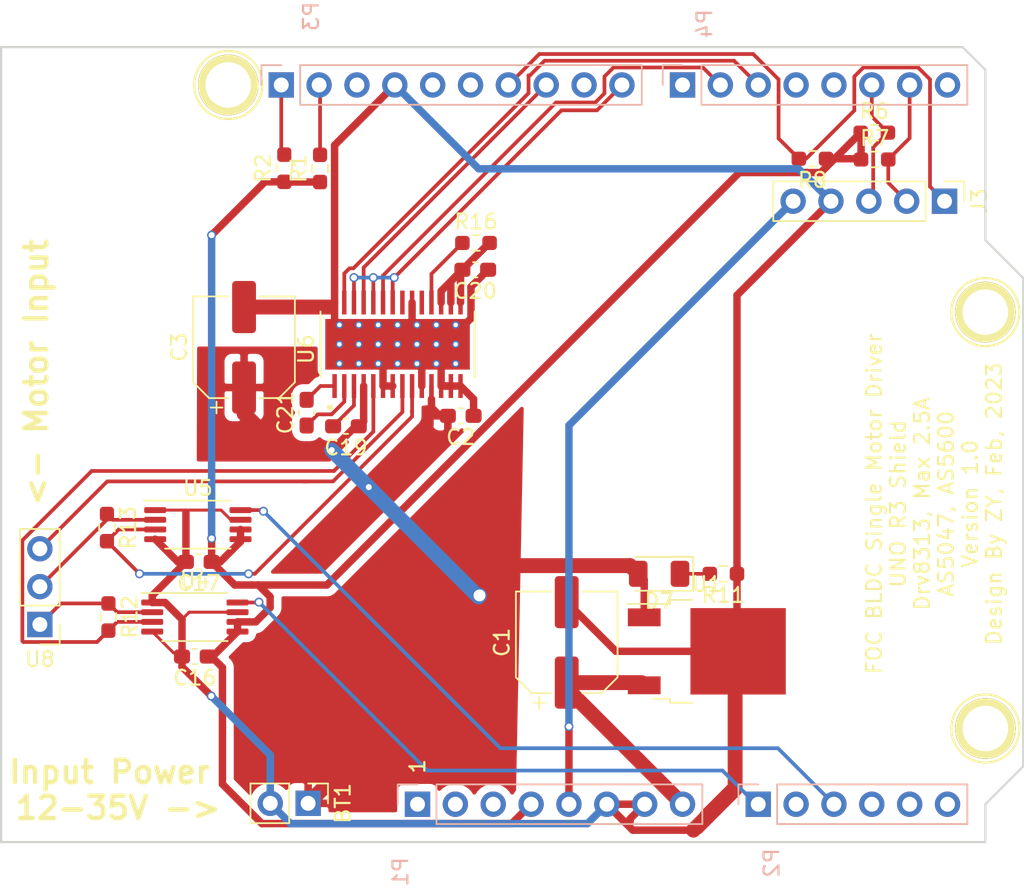
<source format=kicad_pcb>
(kicad_pcb (version 20171130) (host pcbnew "(5.1.10)-1")

  (general
    (thickness 1.6)
    (drawings 18)
    (tracks 298)
    (zones 0)
    (modules 32)
    (nets 46)
  )

  (page A4)
  (title_block
    (date "lun. 30 mars 2015")
  )

  (layers
    (0 F.Cu signal)
    (31 B.Cu signal)
    (32 B.Adhes user)
    (33 F.Adhes user)
    (34 B.Paste user)
    (35 F.Paste user)
    (36 B.SilkS user)
    (37 F.SilkS user)
    (38 B.Mask user)
    (39 F.Mask user)
    (40 Dwgs.User user)
    (41 Cmts.User user)
    (42 Eco1.User user)
    (43 Eco2.User user)
    (44 Edge.Cuts user)
    (45 Margin user)
    (46 B.CrtYd user)
    (47 F.CrtYd user)
    (48 B.Fab user)
    (49 F.Fab user)
  )

  (setup
    (last_trace_width 0.25)
    (trace_clearance 0.2)
    (zone_clearance 0.508)
    (zone_45_only no)
    (trace_min 0.2)
    (via_size 0.6)
    (via_drill 0.4)
    (via_min_size 0.4)
    (via_min_drill 0.3)
    (uvia_size 0.3)
    (uvia_drill 0.1)
    (uvias_allowed no)
    (uvia_min_size 0.2)
    (uvia_min_drill 0.1)
    (edge_width 0.15)
    (segment_width 0.15)
    (pcb_text_width 0.3)
    (pcb_text_size 1.5 1.5)
    (mod_edge_width 0.15)
    (mod_text_size 1 1)
    (mod_text_width 0.15)
    (pad_size 4.064 4.064)
    (pad_drill 3.048)
    (pad_to_mask_clearance 0)
    (aux_axis_origin 110.998 126.365)
    (grid_origin 110.998 126.365)
    (visible_elements 7FFDFFFF)
    (pcbplotparams
      (layerselection 0x010f0_ffffffff)
      (usegerberextensions false)
      (usegerberattributes true)
      (usegerberadvancedattributes true)
      (creategerberjobfile true)
      (excludeedgelayer true)
      (linewidth 0.100000)
      (plotframeref false)
      (viasonmask false)
      (mode 1)
      (useauxorigin false)
      (hpglpennumber 1)
      (hpglpenspeed 20)
      (hpglpendiameter 15.000000)
      (psnegative false)
      (psa4output false)
      (plotreference true)
      (plotvalue true)
      (plotinvisibletext false)
      (padsonsilk false)
      (subtractmaskfromsilk false)
      (outputformat 1)
      (mirror false)
      (drillshape 0)
      (scaleselection 1)
      (outputdirectory "Fab/"))
  )

  (net 0 "")
  (net 1 /IOREF)
  (net 2 /Reset)
  (net 3 +5V)
  (net 4 /Vin)
  (net 5 /A1)
  (net 6 /A3)
  (net 7 /AREF)
  (net 8 "/A4(SDA)")
  (net 9 "/A5(SCL)")
  (net 10 "/9(**)")
  (net 11 /7)
  (net 12 /4)
  (net 13 "/3(**)")
  (net 14 "/0(Rx)")
  (net 15 "Net-(P6-Pad1)")
  (net 16 "Net-(P7-Pad1)")
  (net 17 "Net-(P8-Pad1)")
  (net 18 "/13(SCK)")
  (net 19 "Net-(P1-Pad1)")
  (net 20 +3V3)
  (net 21 "/12(MISO)")
  (net 22 VCC_IN)
  (net 23 "Net-(C19-Pad2)")
  (net 24 GNDA)
  (net 25 /V3P3)
  (net 26 "Net-(C21-Pad2)")
  (net 27 "Net-(C21-Pad1)")
  (net 28 "Net-(D7-Pad1)")
  (net 29 /Encoder_Z_D11)
  (net 30 /Encoder_B_D1)
  (net 31 /Encoder_A_D2)
  (net 32 /SENSE_A_A0)
  (net 33 /SENSE_B_A2)
  (net 34 /PWM_B_10)
  (net 35 /DRV_EN_8)
  (net 36 /PWM_C_6)
  (net 37 /PWM_A_5)
  (net 38 /MOTOR_A)
  (net 39 /MOTOR_A_CS)
  (net 40 /MOTOR_B_CS)
  (net 41 /MOTOR_B)
  (net 42 /DRV_FAULT)
  (net 43 /MOTOR_C)
  (net 44 /SDA)
  (net 45 /SCL)

  (net_class Default "This is the default net class."
    (clearance 0.2)
    (trace_width 0.25)
    (via_dia 0.6)
    (via_drill 0.4)
    (uvia_dia 0.3)
    (uvia_drill 0.1)
    (add_net "/0(Rx)")
    (add_net "/12(MISO)")
    (add_net "/13(SCK)")
    (add_net "/3(**)")
    (add_net /4)
    (add_net /7)
    (add_net "/9(**)")
    (add_net /A1)
    (add_net /A3)
    (add_net "/A4(SDA)")
    (add_net "/A5(SCL)")
    (add_net /AREF)
    (add_net /DRV_EN_8)
    (add_net /DRV_FAULT)
    (add_net /Encoder_A_D2)
    (add_net /Encoder_B_D1)
    (add_net /Encoder_Z_D11)
    (add_net /IOREF)
    (add_net /MOTOR_A)
    (add_net /MOTOR_A_CS)
    (add_net /MOTOR_B)
    (add_net /MOTOR_B_CS)
    (add_net /MOTOR_C)
    (add_net /PWM_A_5)
    (add_net /PWM_B_10)
    (add_net /PWM_C_6)
    (add_net /Reset)
    (add_net /SCL)
    (add_net /SDA)
    (add_net /SENSE_A_A0)
    (add_net /SENSE_B_A2)
    (add_net "Net-(C19-Pad2)")
    (add_net "Net-(C21-Pad1)")
    (add_net "Net-(C21-Pad2)")
    (add_net "Net-(D7-Pad1)")
    (add_net "Net-(P1-Pad1)")
    (add_net "Net-(P6-Pad1)")
    (add_net "Net-(P7-Pad1)")
    (add_net "Net-(P8-Pad1)")
  )

  (net_class Power ""
    (clearance 0.2)
    (trace_width 0.5)
    (via_dia 0.6)
    (via_drill 0.4)
    (uvia_dia 0.3)
    (uvia_drill 0.1)
    (add_net +3V3)
    (add_net +5V)
    (add_net /V3P3)
    (add_net /Vin)
    (add_net GNDA)
    (add_net VCC_IN)
  )

  (module Resistor_SMD:R_0603_1608Metric_Pad0.98x0.95mm_HandSolder (layer F.Cu) (tedit 5F68FEEE) (tstamp 63E3993D)
    (at 165.4355 80.515 180)
    (descr "Resistor SMD 0603 (1608 Metric), square (rectangular) end terminal, IPC_7351 nominal with elongated pad for handsoldering. (Body size source: IPC-SM-782 page 72, https://www.pcb-3d.com/wordpress/wp-content/uploads/ipc-sm-782a_amendment_1_and_2.pdf), generated with kicad-footprint-generator")
    (tags "resistor handsolder")
    (path /63C93BDF)
    (attr smd)
    (fp_text reference R8 (at 0 -1.43) (layer F.SilkS)
      (effects (font (size 1 1) (thickness 0.15)))
    )
    (fp_text value 3.3K (at 0 1.43) (layer F.Fab)
      (effects (font (size 1 1) (thickness 0.15)))
    )
    (fp_line (start -0.8 0.4125) (end -0.8 -0.4125) (layer F.Fab) (width 0.1))
    (fp_line (start -0.8 -0.4125) (end 0.8 -0.4125) (layer F.Fab) (width 0.1))
    (fp_line (start 0.8 -0.4125) (end 0.8 0.4125) (layer F.Fab) (width 0.1))
    (fp_line (start 0.8 0.4125) (end -0.8 0.4125) (layer F.Fab) (width 0.1))
    (fp_line (start -0.254724 -0.5225) (end 0.254724 -0.5225) (layer F.SilkS) (width 0.12))
    (fp_line (start -0.254724 0.5225) (end 0.254724 0.5225) (layer F.SilkS) (width 0.12))
    (fp_line (start -1.65 0.73) (end -1.65 -0.73) (layer F.CrtYd) (width 0.05))
    (fp_line (start -1.65 -0.73) (end 1.65 -0.73) (layer F.CrtYd) (width 0.05))
    (fp_line (start 1.65 -0.73) (end 1.65 0.73) (layer F.CrtYd) (width 0.05))
    (fp_line (start 1.65 0.73) (end -1.65 0.73) (layer F.CrtYd) (width 0.05))
    (fp_text user %R (at 0 0) (layer F.Fab)
      (effects (font (size 0.4 0.4) (thickness 0.06)))
    )
    (pad 1 smd roundrect (at -0.9125 0 180) (size 0.975 0.95) (layers F.Cu F.Paste F.Mask) (roundrect_rratio 0.25)
      (net 20 +3V3))
    (pad 2 smd roundrect (at 0.9125 0 180) (size 0.975 0.95) (layers F.Cu F.Paste F.Mask) (roundrect_rratio 0.25)
      (net 29 /Encoder_Z_D11))
    (model ${KISYS3DMOD}/Resistor_SMD.3dshapes/R_0603_1608Metric.wrl
      (at (xyz 0 0 0))
      (scale (xyz 1 1 1))
      (rotate (xyz 0 0 0))
    )
  )

  (module Connector_PinHeader_2.54mm:PinHeader_1x03_P2.54mm_Vertical (layer F.Cu) (tedit 59FED5CC) (tstamp 63E3A2E3)
    (at 113.598 111.765 180)
    (descr "Through hole straight pin header, 1x03, 2.54mm pitch, single row")
    (tags "Through hole pin header THT 1x03 2.54mm single row")
    (path /64129CB2)
    (fp_text reference U8 (at 0 -2.33) (layer F.SilkS)
      (effects (font (size 1 1) (thickness 0.15)))
    )
    (fp_text value "Motor Inputs" (at 0 7.41) (layer F.Fab)
      (effects (font (size 1 1) (thickness 0.15)))
    )
    (fp_line (start -0.635 -1.27) (end 1.27 -1.27) (layer F.Fab) (width 0.1))
    (fp_line (start 1.27 -1.27) (end 1.27 6.35) (layer F.Fab) (width 0.1))
    (fp_line (start 1.27 6.35) (end -1.27 6.35) (layer F.Fab) (width 0.1))
    (fp_line (start -1.27 6.35) (end -1.27 -0.635) (layer F.Fab) (width 0.1))
    (fp_line (start -1.27 -0.635) (end -0.635 -1.27) (layer F.Fab) (width 0.1))
    (fp_line (start -1.33 6.41) (end 1.33 6.41) (layer F.SilkS) (width 0.12))
    (fp_line (start -1.33 1.27) (end -1.33 6.41) (layer F.SilkS) (width 0.12))
    (fp_line (start 1.33 1.27) (end 1.33 6.41) (layer F.SilkS) (width 0.12))
    (fp_line (start -1.33 1.27) (end 1.33 1.27) (layer F.SilkS) (width 0.12))
    (fp_line (start -1.33 0) (end -1.33 -1.33) (layer F.SilkS) (width 0.12))
    (fp_line (start -1.33 -1.33) (end 0 -1.33) (layer F.SilkS) (width 0.12))
    (fp_line (start -1.8 -1.8) (end -1.8 6.85) (layer F.CrtYd) (width 0.05))
    (fp_line (start -1.8 6.85) (end 1.8 6.85) (layer F.CrtYd) (width 0.05))
    (fp_line (start 1.8 6.85) (end 1.8 -1.8) (layer F.CrtYd) (width 0.05))
    (fp_line (start 1.8 -1.8) (end -1.8 -1.8) (layer F.CrtYd) (width 0.05))
    (fp_text user %R (at 0 2.54 90) (layer F.Fab)
      (effects (font (size 1 1) (thickness 0.15)))
    )
    (pad 1 thru_hole rect (at 0 0 180) (size 1.7 1.7) (drill 1) (layers *.Cu *.Mask)
      (net 38 /MOTOR_A))
    (pad 2 thru_hole oval (at 0 2.54 180) (size 1.7 1.7) (drill 1) (layers *.Cu *.Mask)
      (net 41 /MOTOR_B))
    (pad 3 thru_hole oval (at 0 5.08 180) (size 1.7 1.7) (drill 1) (layers *.Cu *.Mask)
      (net 43 /MOTOR_C))
    (model ${KISYS3DMOD}/Connector_PinHeader_2.54mm.3dshapes/PinHeader_1x03_P2.54mm_Vertical.wrl
      (at (xyz 0 0 0))
      (scale (xyz 1 1 1))
      (rotate (xyz 0 0 0))
    )
  )

  (module Connector_PinHeader_2.54mm:PinHeader_1x10_P2.54mm_Vertical locked (layer B.Cu) (tedit 59FED5CC) (tstamp 551AFA18)
    (at 129.794 75.565 270)
    (descr "Through hole straight pin header, 1x10, 2.54mm pitch, single row")
    (tags "Through hole pin header THT 1x10 2.54mm single row")
    (path /56D721E0)
    (fp_text reference P3 (at -4.6 -2.004 90) (layer B.SilkS)
      (effects (font (size 1 1) (thickness 0.15)) (justify mirror))
    )
    (fp_text value Digital (at -5 -0.204 90) (layer B.Fab)
      (effects (font (size 1 1) (thickness 0.15)) (justify mirror))
    )
    (fp_line (start 1.8 1.8) (end -1.8 1.8) (layer B.CrtYd) (width 0.05))
    (fp_line (start 1.8 -24.65) (end 1.8 1.8) (layer B.CrtYd) (width 0.05))
    (fp_line (start -1.8 -24.65) (end 1.8 -24.65) (layer B.CrtYd) (width 0.05))
    (fp_line (start -1.8 1.8) (end -1.8 -24.65) (layer B.CrtYd) (width 0.05))
    (fp_line (start -1.33 1.33) (end 0 1.33) (layer B.SilkS) (width 0.12))
    (fp_line (start -1.33 0) (end -1.33 1.33) (layer B.SilkS) (width 0.12))
    (fp_line (start -1.33 -1.27) (end 1.33 -1.27) (layer B.SilkS) (width 0.12))
    (fp_line (start 1.33 -1.27) (end 1.33 -24.19) (layer B.SilkS) (width 0.12))
    (fp_line (start -1.33 -1.27) (end -1.33 -24.19) (layer B.SilkS) (width 0.12))
    (fp_line (start -1.33 -24.19) (end 1.33 -24.19) (layer B.SilkS) (width 0.12))
    (fp_line (start -1.27 0.635) (end -0.635 1.27) (layer B.Fab) (width 0.1))
    (fp_line (start -1.27 -24.13) (end -1.27 0.635) (layer B.Fab) (width 0.1))
    (fp_line (start 1.27 -24.13) (end -1.27 -24.13) (layer B.Fab) (width 0.1))
    (fp_line (start 1.27 1.27) (end 1.27 -24.13) (layer B.Fab) (width 0.1))
    (fp_line (start -0.635 1.27) (end 1.27 1.27) (layer B.Fab) (width 0.1))
    (fp_text user %R (at 0 -11.43 180) (layer B.Fab)
      (effects (font (size 1 1) (thickness 0.15)) (justify mirror))
    )
    (pad 10 thru_hole oval (at 0 -22.86 270) (size 1.7 1.7) (drill 1) (layers *.Cu *.Mask)
      (net 35 /DRV_EN_8))
    (pad 9 thru_hole oval (at 0 -20.32 270) (size 1.7 1.7) (drill 1) (layers *.Cu *.Mask)
      (net 10 "/9(**)"))
    (pad 8 thru_hole oval (at 0 -17.78 270) (size 1.7 1.7) (drill 1) (layers *.Cu *.Mask)
      (net 34 /PWM_B_10))
    (pad 7 thru_hole oval (at 0 -15.24 270) (size 1.7 1.7) (drill 1) (layers *.Cu *.Mask)
      (net 29 /Encoder_Z_D11))
    (pad 6 thru_hole oval (at 0 -12.7 270) (size 1.7 1.7) (drill 1) (layers *.Cu *.Mask)
      (net 21 "/12(MISO)"))
    (pad 5 thru_hole oval (at 0 -10.16 270) (size 1.7 1.7) (drill 1) (layers *.Cu *.Mask)
      (net 18 "/13(SCK)"))
    (pad 4 thru_hole oval (at 0 -7.62 270) (size 1.7 1.7) (drill 1) (layers *.Cu *.Mask)
      (net 24 GNDA))
    (pad 3 thru_hole oval (at 0 -5.08 270) (size 1.7 1.7) (drill 1) (layers *.Cu *.Mask)
      (net 7 /AREF))
    (pad 2 thru_hole oval (at 0 -2.54 270) (size 1.7 1.7) (drill 1) (layers *.Cu *.Mask)
      (net 44 /SDA))
    (pad 1 thru_hole rect (at 0 0 270) (size 1.7 1.7) (drill 1) (layers *.Cu *.Mask)
      (net 45 /SCL))
    (model ${KISYS3DMOD}/Connector_PinHeader_2.54mm.3dshapes/PinHeader_1x10_P2.54mm_Vertical.wrl
      (at (xyz 0 0 0))
      (scale (xyz 1 1 1))
      (rotate (xyz 0 0 0))
    )
  )

  (module Connector_PinHeader_2.54mm:PinHeader_1x08_P2.54mm_Vertical locked (layer B.Cu) (tedit 59FED5CC) (tstamp 551AF9EA)
    (at 138.938 123.825 270)
    (descr "Through hole straight pin header, 1x08, 2.54mm pitch, single row")
    (tags "Through hole pin header THT 1x08 2.54mm single row")
    (path /56D70129)
    (fp_text reference P1 (at 4.54 1.14 90) (layer B.SilkS)
      (effects (font (size 1 1) (thickness 0.15)) (justify mirror))
    )
    (fp_text value Power (at 3.94 -0.06 90) (layer B.Fab)
      (effects (font (size 1 1) (thickness 0.15)) (justify mirror))
    )
    (fp_line (start 1.8 1.8) (end -1.8 1.8) (layer B.CrtYd) (width 0.05))
    (fp_line (start 1.8 -19.55) (end 1.8 1.8) (layer B.CrtYd) (width 0.05))
    (fp_line (start -1.8 -19.55) (end 1.8 -19.55) (layer B.CrtYd) (width 0.05))
    (fp_line (start -1.8 1.8) (end -1.8 -19.55) (layer B.CrtYd) (width 0.05))
    (fp_line (start -1.33 1.33) (end 0 1.33) (layer B.SilkS) (width 0.12))
    (fp_line (start -1.33 0) (end -1.33 1.33) (layer B.SilkS) (width 0.12))
    (fp_line (start -1.33 -1.27) (end 1.33 -1.27) (layer B.SilkS) (width 0.12))
    (fp_line (start 1.33 -1.27) (end 1.33 -19.11) (layer B.SilkS) (width 0.12))
    (fp_line (start -1.33 -1.27) (end -1.33 -19.11) (layer B.SilkS) (width 0.12))
    (fp_line (start -1.33 -19.11) (end 1.33 -19.11) (layer B.SilkS) (width 0.12))
    (fp_line (start -1.27 0.635) (end -0.635 1.27) (layer B.Fab) (width 0.1))
    (fp_line (start -1.27 -19.05) (end -1.27 0.635) (layer B.Fab) (width 0.1))
    (fp_line (start 1.27 -19.05) (end -1.27 -19.05) (layer B.Fab) (width 0.1))
    (fp_line (start 1.27 1.27) (end 1.27 -19.05) (layer B.Fab) (width 0.1))
    (fp_line (start -0.635 1.27) (end 1.27 1.27) (layer B.Fab) (width 0.1))
    (fp_text user %R (at 0 -8.89 180) (layer B.Fab)
      (effects (font (size 1 1) (thickness 0.15)) (justify mirror))
    )
    (pad 8 thru_hole oval (at 0 -17.78 270) (size 1.7 1.7) (drill 1) (layers *.Cu *.Mask)
      (net 4 /Vin))
    (pad 7 thru_hole oval (at 0 -15.24 270) (size 1.7 1.7) (drill 1) (layers *.Cu *.Mask)
      (net 24 GNDA))
    (pad 6 thru_hole oval (at 0 -12.7 270) (size 1.7 1.7) (drill 1) (layers *.Cu *.Mask)
      (net 24 GNDA))
    (pad 5 thru_hole oval (at 0 -10.16 270) (size 1.7 1.7) (drill 1) (layers *.Cu *.Mask)
      (net 3 +5V))
    (pad 4 thru_hole oval (at 0 -7.62 270) (size 1.7 1.7) (drill 1) (layers *.Cu *.Mask)
      (net 20 +3V3))
    (pad 3 thru_hole oval (at 0 -5.08 270) (size 1.7 1.7) (drill 1) (layers *.Cu *.Mask)
      (net 2 /Reset))
    (pad 2 thru_hole oval (at 0 -2.54 270) (size 1.7 1.7) (drill 1) (layers *.Cu *.Mask)
      (net 1 /IOREF))
    (pad 1 thru_hole rect (at 0 0 270) (size 1.7 1.7) (drill 1) (layers *.Cu *.Mask)
      (net 19 "Net-(P1-Pad1)"))
    (model ${KISYS3DMOD}/Connector_PinHeader_2.54mm.3dshapes/PinHeader_1x08_P2.54mm_Vertical.wrl
      (at (xyz 0 0 0))
      (scale (xyz 1 1 1))
      (rotate (xyz 0 0 0))
    )
  )

  (module Connector_PinHeader_2.54mm:PinHeader_1x08_P2.54mm_Vertical locked (layer B.Cu) (tedit 59FED5CC) (tstamp 551AFA2F)
    (at 156.718 75.565 270)
    (descr "Through hole straight pin header, 1x08, 2.54mm pitch, single row")
    (tags "Through hole pin header THT 1x08 2.54mm single row")
    (path /56D7164F)
    (fp_text reference P4 (at -4.1 -1.48 90) (layer B.SilkS)
      (effects (font (size 1 1) (thickness 0.15)) (justify mirror))
    )
    (fp_text value Digital (at -4.7 -2.78 90) (layer B.Fab)
      (effects (font (size 1 1) (thickness 0.15)) (justify mirror))
    )
    (fp_line (start 1.8 1.8) (end -1.8 1.8) (layer B.CrtYd) (width 0.05))
    (fp_line (start 1.8 -19.55) (end 1.8 1.8) (layer B.CrtYd) (width 0.05))
    (fp_line (start -1.8 -19.55) (end 1.8 -19.55) (layer B.CrtYd) (width 0.05))
    (fp_line (start -1.8 1.8) (end -1.8 -19.55) (layer B.CrtYd) (width 0.05))
    (fp_line (start -1.33 1.33) (end 0 1.33) (layer B.SilkS) (width 0.12))
    (fp_line (start -1.33 0) (end -1.33 1.33) (layer B.SilkS) (width 0.12))
    (fp_line (start -1.33 -1.27) (end 1.33 -1.27) (layer B.SilkS) (width 0.12))
    (fp_line (start 1.33 -1.27) (end 1.33 -19.11) (layer B.SilkS) (width 0.12))
    (fp_line (start -1.33 -1.27) (end -1.33 -19.11) (layer B.SilkS) (width 0.12))
    (fp_line (start -1.33 -19.11) (end 1.33 -19.11) (layer B.SilkS) (width 0.12))
    (fp_line (start -1.27 0.635) (end -0.635 1.27) (layer B.Fab) (width 0.1))
    (fp_line (start -1.27 -19.05) (end -1.27 0.635) (layer B.Fab) (width 0.1))
    (fp_line (start 1.27 -19.05) (end -1.27 -19.05) (layer B.Fab) (width 0.1))
    (fp_line (start 1.27 1.27) (end 1.27 -19.05) (layer B.Fab) (width 0.1))
    (fp_line (start -0.635 1.27) (end 1.27 1.27) (layer B.Fab) (width 0.1))
    (fp_text user %R (at 0 -8.89 180) (layer B.Fab)
      (effects (font (size 1 1) (thickness 0.15)) (justify mirror))
    )
    (pad 8 thru_hole oval (at 0 -17.78 270) (size 1.7 1.7) (drill 1) (layers *.Cu *.Mask)
      (net 14 "/0(Rx)"))
    (pad 7 thru_hole oval (at 0 -15.24 270) (size 1.7 1.7) (drill 1) (layers *.Cu *.Mask)
      (net 30 /Encoder_B_D1))
    (pad 6 thru_hole oval (at 0 -12.7 270) (size 1.7 1.7) (drill 1) (layers *.Cu *.Mask)
      (net 31 /Encoder_A_D2))
    (pad 5 thru_hole oval (at 0 -10.16 270) (size 1.7 1.7) (drill 1) (layers *.Cu *.Mask)
      (net 13 "/3(**)"))
    (pad 4 thru_hole oval (at 0 -7.62 270) (size 1.7 1.7) (drill 1) (layers *.Cu *.Mask)
      (net 12 /4))
    (pad 3 thru_hole oval (at 0 -5.08 270) (size 1.7 1.7) (drill 1) (layers *.Cu *.Mask)
      (net 37 /PWM_A_5))
    (pad 2 thru_hole oval (at 0 -2.54 270) (size 1.7 1.7) (drill 1) (layers *.Cu *.Mask)
      (net 36 /PWM_C_6))
    (pad 1 thru_hole rect (at 0 0 270) (size 1.7 1.7) (drill 1) (layers *.Cu *.Mask)
      (net 11 /7))
    (model ${KISYS3DMOD}/Connector_PinHeader_2.54mm.3dshapes/PinHeader_1x08_P2.54mm_Vertical.wrl
      (at (xyz 0 0 0))
      (scale (xyz 1 1 1))
      (rotate (xyz 0 0 0))
    )
  )

  (module Connector_PinHeader_2.54mm:PinHeader_1x06_P2.54mm_Vertical locked (layer B.Cu) (tedit 59FED5CC) (tstamp 551AF9FF)
    (at 161.798 123.825 270)
    (descr "Through hole straight pin header, 1x06, 2.54mm pitch, single row")
    (tags "Through hole pin header THT 1x06 2.54mm single row")
    (path /56D70DD8)
    (fp_text reference P2 (at 3.94 -0.9 90) (layer B.SilkS)
      (effects (font (size 1 1) (thickness 0.15)) (justify mirror))
    )
    (fp_text value Analog (at 4.14 1 90) (layer B.Fab)
      (effects (font (size 1 1) (thickness 0.15)) (justify mirror))
    )
    (fp_line (start 1.8 1.8) (end -1.8 1.8) (layer B.CrtYd) (width 0.05))
    (fp_line (start 1.8 -14.5) (end 1.8 1.8) (layer B.CrtYd) (width 0.05))
    (fp_line (start -1.8 -14.5) (end 1.8 -14.5) (layer B.CrtYd) (width 0.05))
    (fp_line (start -1.8 1.8) (end -1.8 -14.5) (layer B.CrtYd) (width 0.05))
    (fp_line (start -1.33 1.33) (end 0 1.33) (layer B.SilkS) (width 0.12))
    (fp_line (start -1.33 0) (end -1.33 1.33) (layer B.SilkS) (width 0.12))
    (fp_line (start -1.33 -1.27) (end 1.33 -1.27) (layer B.SilkS) (width 0.12))
    (fp_line (start 1.33 -1.27) (end 1.33 -14.03) (layer B.SilkS) (width 0.12))
    (fp_line (start -1.33 -1.27) (end -1.33 -14.03) (layer B.SilkS) (width 0.12))
    (fp_line (start -1.33 -14.03) (end 1.33 -14.03) (layer B.SilkS) (width 0.12))
    (fp_line (start -1.27 0.635) (end -0.635 1.27) (layer B.Fab) (width 0.1))
    (fp_line (start -1.27 -13.97) (end -1.27 0.635) (layer B.Fab) (width 0.1))
    (fp_line (start 1.27 -13.97) (end -1.27 -13.97) (layer B.Fab) (width 0.1))
    (fp_line (start 1.27 1.27) (end 1.27 -13.97) (layer B.Fab) (width 0.1))
    (fp_line (start -0.635 1.27) (end 1.27 1.27) (layer B.Fab) (width 0.1))
    (fp_text user %R (at 0 -6.35 180) (layer B.Fab)
      (effects (font (size 1 1) (thickness 0.15)) (justify mirror))
    )
    (pad 6 thru_hole oval (at 0 -12.7 270) (size 1.7 1.7) (drill 1) (layers *.Cu *.Mask)
      (net 9 "/A5(SCL)"))
    (pad 5 thru_hole oval (at 0 -10.16 270) (size 1.7 1.7) (drill 1) (layers *.Cu *.Mask)
      (net 8 "/A4(SDA)"))
    (pad 4 thru_hole oval (at 0 -7.62 270) (size 1.7 1.7) (drill 1) (layers *.Cu *.Mask)
      (net 6 /A3))
    (pad 3 thru_hole oval (at 0 -5.08 270) (size 1.7 1.7) (drill 1) (layers *.Cu *.Mask)
      (net 33 /SENSE_B_A2))
    (pad 2 thru_hole oval (at 0 -2.54 270) (size 1.7 1.7) (drill 1) (layers *.Cu *.Mask)
      (net 5 /A1))
    (pad 1 thru_hole rect (at 0 0 270) (size 1.7 1.7) (drill 1) (layers *.Cu *.Mask)
      (net 32 /SENSE_A_A0))
    (model ${KISYS3DMOD}/Connector_PinHeader_2.54mm.3dshapes/PinHeader_1x06_P2.54mm_Vertical.wrl
      (at (xyz 0 0 0))
      (scale (xyz 1 1 1))
      (rotate (xyz 0 0 0))
    )
  )

  (module Socket_Arduino_Uno:Arduino_1pin locked (layer F.Cu) (tedit 5524FC4A) (tstamp 5524FC44)
    (at 177.038 118.745)
    (descr "module 1 pin (ou trou mecanique de percage)")
    (tags DEV)
    (path /56D71274)
    (fp_text reference P6 (at 0 -3.048) (layer F.SilkS) hide
      (effects (font (size 1 1) (thickness 0.15)))
    )
    (fp_text value CONN_01X01 (at 0 2.794) (layer F.Fab) hide
      (effects (font (size 1 1) (thickness 0.15)))
    )
    (fp_circle (center 0 0) (end 0 -2.286) (layer F.SilkS) (width 0.15))
    (pad 1 thru_hole circle (at 0 0) (size 4.064 4.064) (drill 3.048) (layers *.Cu *.Mask F.SilkS)
      (net 15 "Net-(P6-Pad1)"))
  )

  (module Socket_Arduino_Uno:Arduino_1pin locked (layer F.Cu) (tedit 5524FC2F) (tstamp 5524FC49)
    (at 126.238 75.565)
    (descr "module 1 pin (ou trou mecanique de percage)")
    (tags DEV)
    (path /56D712A8)
    (fp_text reference P7 (at 0 -3.048) (layer F.SilkS) hide
      (effects (font (size 1 1) (thickness 0.15)))
    )
    (fp_text value CONN_01X01 (at 0 2.794) (layer F.Fab) hide
      (effects (font (size 1 1) (thickness 0.15)))
    )
    (fp_circle (center 0 0) (end 0 -2.286) (layer F.SilkS) (width 0.15))
    (pad 1 thru_hole circle (at 0 0) (size 4.064 4.064) (drill 3.048) (layers *.Cu *.Mask F.SilkS)
      (net 16 "Net-(P7-Pad1)"))
  )

  (module Socket_Arduino_Uno:Arduino_1pin locked (layer F.Cu) (tedit 5524FC41) (tstamp 5524FC4E)
    (at 177.038 90.805)
    (descr "module 1 pin (ou trou mecanique de percage)")
    (tags DEV)
    (path /56D712DB)
    (fp_text reference P8 (at 0 -3.048) (layer F.SilkS) hide
      (effects (font (size 1 1) (thickness 0.15)))
    )
    (fp_text value CONN_01X01 (at 0 2.794) (layer F.Fab) hide
      (effects (font (size 1 1) (thickness 0.15)))
    )
    (fp_circle (center 0 0) (end 0 -2.286) (layer F.SilkS) (width 0.15))
    (pad 1 thru_hole circle (at 0 0) (size 4.064 4.064) (drill 3.048) (layers *.Cu *.Mask F.SilkS)
      (net 17 "Net-(P8-Pad1)"))
  )

  (module Connector_PinHeader_2.54mm:PinHeader_1x02_P2.54mm_Vertical (layer F.Cu) (tedit 59FED5CC) (tstamp 63E39856)
    (at 131.598 123.765 270)
    (descr "Through hole straight pin header, 1x02, 2.54mm pitch, single row")
    (tags "Through hole pin header THT 1x02 2.54mm single row")
    (path /641A6BB4)
    (fp_text reference BT1 (at 0 -2.33 90) (layer F.SilkS)
      (effects (font (size 1 1) (thickness 0.15)))
    )
    (fp_text value Battery (at 0 4.87 90) (layer F.Fab)
      (effects (font (size 1 1) (thickness 0.15)))
    )
    (fp_line (start -0.635 -1.27) (end 1.27 -1.27) (layer F.Fab) (width 0.1))
    (fp_line (start 1.27 -1.27) (end 1.27 3.81) (layer F.Fab) (width 0.1))
    (fp_line (start 1.27 3.81) (end -1.27 3.81) (layer F.Fab) (width 0.1))
    (fp_line (start -1.27 3.81) (end -1.27 -0.635) (layer F.Fab) (width 0.1))
    (fp_line (start -1.27 -0.635) (end -0.635 -1.27) (layer F.Fab) (width 0.1))
    (fp_line (start -1.33 3.87) (end 1.33 3.87) (layer F.SilkS) (width 0.12))
    (fp_line (start -1.33 1.27) (end -1.33 3.87) (layer F.SilkS) (width 0.12))
    (fp_line (start 1.33 1.27) (end 1.33 3.87) (layer F.SilkS) (width 0.12))
    (fp_line (start -1.33 1.27) (end 1.33 1.27) (layer F.SilkS) (width 0.12))
    (fp_line (start -1.33 0) (end -1.33 -1.33) (layer F.SilkS) (width 0.12))
    (fp_line (start -1.33 -1.33) (end 0 -1.33) (layer F.SilkS) (width 0.12))
    (fp_line (start -1.8 -1.8) (end -1.8 4.35) (layer F.CrtYd) (width 0.05))
    (fp_line (start -1.8 4.35) (end 1.8 4.35) (layer F.CrtYd) (width 0.05))
    (fp_line (start 1.8 4.35) (end 1.8 -1.8) (layer F.CrtYd) (width 0.05))
    (fp_line (start 1.8 -1.8) (end -1.8 -1.8) (layer F.CrtYd) (width 0.05))
    (fp_text user %R (at 0.8 0.9) (layer F.Fab)
      (effects (font (size 1 1) (thickness 0.15)))
    )
    (pad 1 thru_hole rect (at 0 0 270) (size 1.7 1.7) (drill 1) (layers *.Cu *.Mask)
      (net 22 VCC_IN))
    (pad 2 thru_hole oval (at 0 2.54 270) (size 1.7 1.7) (drill 1) (layers *.Cu *.Mask)
      (net 24 GNDA))
    (model ${KISYS3DMOD}/Connector_PinHeader_2.54mm.3dshapes/PinHeader_1x02_P2.54mm_Vertical.wrl
      (at (xyz 0 0 0))
      (scale (xyz 1 1 1))
      (rotate (xyz 0 0 0))
    )
  )

  (module Capacitor_SMD:C_0603_1608Metric_Pad1.08x0.95mm_HandSolder (layer F.Cu) (tedit 5F68FEEF) (tstamp 63E39878)
    (at 123.998 113.915 180)
    (descr "Capacitor SMD 0603 (1608 Metric), square (rectangular) end terminal, IPC_7351 nominal with elongated pad for handsoldering. (Body size source: IPC-SM-782 page 76, https://www.pcb-3d.com/wordpress/wp-content/uploads/ipc-sm-782a_amendment_1_and_2.pdf), generated with kicad-footprint-generator")
    (tags "capacitor handsolder")
    (path /63A54C3D)
    (attr smd)
    (fp_text reference C16 (at 0 -1.43) (layer F.SilkS)
      (effects (font (size 1 1) (thickness 0.15)))
    )
    (fp_text value 0.1u (at 0 1.43) (layer F.Fab)
      (effects (font (size 1 1) (thickness 0.15)))
    )
    (fp_line (start -0.8 0.4) (end -0.8 -0.4) (layer F.Fab) (width 0.1))
    (fp_line (start -0.8 -0.4) (end 0.8 -0.4) (layer F.Fab) (width 0.1))
    (fp_line (start 0.8 -0.4) (end 0.8 0.4) (layer F.Fab) (width 0.1))
    (fp_line (start 0.8 0.4) (end -0.8 0.4) (layer F.Fab) (width 0.1))
    (fp_line (start -0.146267 -0.51) (end 0.146267 -0.51) (layer F.SilkS) (width 0.12))
    (fp_line (start -0.146267 0.51) (end 0.146267 0.51) (layer F.SilkS) (width 0.12))
    (fp_line (start -1.65 0.73) (end -1.65 -0.73) (layer F.CrtYd) (width 0.05))
    (fp_line (start -1.65 -0.73) (end 1.65 -0.73) (layer F.CrtYd) (width 0.05))
    (fp_line (start 1.65 -0.73) (end 1.65 0.73) (layer F.CrtYd) (width 0.05))
    (fp_line (start 1.65 0.73) (end -1.65 0.73) (layer F.CrtYd) (width 0.05))
    (fp_text user %R (at 0 0) (layer F.Fab)
      (effects (font (size 0.4 0.4) (thickness 0.06)))
    )
    (pad 1 smd roundrect (at -0.8625 0 180) (size 1.075 0.95) (layers F.Cu F.Paste F.Mask) (roundrect_rratio 0.25)
      (net 20 +3V3))
    (pad 2 smd roundrect (at 0.8625 0 180) (size 1.075 0.95) (layers F.Cu F.Paste F.Mask) (roundrect_rratio 0.25)
      (net 24 GNDA))
    (model ${KISYS3DMOD}/Capacitor_SMD.3dshapes/C_0603_1608Metric.wrl
      (at (xyz 0 0 0))
      (scale (xyz 1 1 1))
      (rotate (xyz 0 0 0))
    )
  )

  (module Capacitor_SMD:C_0603_1608Metric_Pad1.08x0.95mm_HandSolder (layer F.Cu) (tedit 5F68FEEF) (tstamp 63E39889)
    (at 124.2605 107.565 180)
    (descr "Capacitor SMD 0603 (1608 Metric), square (rectangular) end terminal, IPC_7351 nominal with elongated pad for handsoldering. (Body size source: IPC-SM-782 page 76, https://www.pcb-3d.com/wordpress/wp-content/uploads/ipc-sm-782a_amendment_1_and_2.pdf), generated with kicad-footprint-generator")
    (tags "capacitor handsolder")
    (path /63AA9C3D)
    (attr smd)
    (fp_text reference C17 (at 0 -1.43) (layer F.SilkS)
      (effects (font (size 1 1) (thickness 0.15)))
    )
    (fp_text value 0.1u (at 0 1.43) (layer F.Fab)
      (effects (font (size 1 1) (thickness 0.15)))
    )
    (fp_line (start 1.65 0.73) (end -1.65 0.73) (layer F.CrtYd) (width 0.05))
    (fp_line (start 1.65 -0.73) (end 1.65 0.73) (layer F.CrtYd) (width 0.05))
    (fp_line (start -1.65 -0.73) (end 1.65 -0.73) (layer F.CrtYd) (width 0.05))
    (fp_line (start -1.65 0.73) (end -1.65 -0.73) (layer F.CrtYd) (width 0.05))
    (fp_line (start -0.146267 0.51) (end 0.146267 0.51) (layer F.SilkS) (width 0.12))
    (fp_line (start -0.146267 -0.51) (end 0.146267 -0.51) (layer F.SilkS) (width 0.12))
    (fp_line (start 0.8 0.4) (end -0.8 0.4) (layer F.Fab) (width 0.1))
    (fp_line (start 0.8 -0.4) (end 0.8 0.4) (layer F.Fab) (width 0.1))
    (fp_line (start -0.8 -0.4) (end 0.8 -0.4) (layer F.Fab) (width 0.1))
    (fp_line (start -0.8 0.4) (end -0.8 -0.4) (layer F.Fab) (width 0.1))
    (fp_text user %R (at 0 0) (layer F.Fab)
      (effects (font (size 0.4 0.4) (thickness 0.06)))
    )
    (pad 2 smd roundrect (at 0.8625 0 180) (size 1.075 0.95) (layers F.Cu F.Paste F.Mask) (roundrect_rratio 0.25)
      (net 24 GNDA))
    (pad 1 smd roundrect (at -0.8625 0 180) (size 1.075 0.95) (layers F.Cu F.Paste F.Mask) (roundrect_rratio 0.25)
      (net 20 +3V3))
    (model ${KISYS3DMOD}/Capacitor_SMD.3dshapes/C_0603_1608Metric.wrl
      (at (xyz 0 0 0))
      (scale (xyz 1 1 1))
      (rotate (xyz 0 0 0))
    )
  )

  (module Capacitor_SMD:C_0603_1608Metric_Pad1.08x0.95mm_HandSolder (layer F.Cu) (tedit 5F68FEEF) (tstamp 63E3989A)
    (at 134.1355 98.465 180)
    (descr "Capacitor SMD 0603 (1608 Metric), square (rectangular) end terminal, IPC_7351 nominal with elongated pad for handsoldering. (Body size source: IPC-SM-782 page 76, https://www.pcb-3d.com/wordpress/wp-content/uploads/ipc-sm-782a_amendment_1_and_2.pdf), generated with kicad-footprint-generator")
    (tags "capacitor handsolder")
    (path /640554A1)
    (attr smd)
    (fp_text reference C19 (at 0 -1.43) (layer F.SilkS)
      (effects (font (size 1 1) (thickness 0.15)))
    )
    (fp_text value 0.1uF (at 0 1.43 270) (layer F.Fab)
      (effects (font (size 1 1) (thickness 0.15)))
    )
    (fp_line (start 1.65 0.73) (end -1.65 0.73) (layer F.CrtYd) (width 0.05))
    (fp_line (start 1.65 -0.73) (end 1.65 0.73) (layer F.CrtYd) (width 0.05))
    (fp_line (start -1.65 -0.73) (end 1.65 -0.73) (layer F.CrtYd) (width 0.05))
    (fp_line (start -1.65 0.73) (end -1.65 -0.73) (layer F.CrtYd) (width 0.05))
    (fp_line (start -0.146267 0.51) (end 0.146267 0.51) (layer F.SilkS) (width 0.12))
    (fp_line (start -0.146267 -0.51) (end 0.146267 -0.51) (layer F.SilkS) (width 0.12))
    (fp_line (start 0.8 0.4) (end -0.8 0.4) (layer F.Fab) (width 0.1))
    (fp_line (start 0.8 -0.4) (end 0.8 0.4) (layer F.Fab) (width 0.1))
    (fp_line (start -0.8 -0.4) (end 0.8 -0.4) (layer F.Fab) (width 0.1))
    (fp_line (start -0.8 0.4) (end -0.8 -0.4) (layer F.Fab) (width 0.1))
    (fp_text user %R (at 0 0) (layer F.Fab)
      (effects (font (size 0.4 0.4) (thickness 0.06)))
    )
    (pad 2 smd roundrect (at 0.8625 0 180) (size 1.075 0.95) (layers F.Cu F.Paste F.Mask) (roundrect_rratio 0.25)
      (net 23 "Net-(C19-Pad2)"))
    (pad 1 smd roundrect (at -0.8625 0 180) (size 1.075 0.95) (layers F.Cu F.Paste F.Mask) (roundrect_rratio 0.25)
      (net 22 VCC_IN))
    (model ${KISYS3DMOD}/Capacitor_SMD.3dshapes/C_0603_1608Metric.wrl
      (at (xyz 0 0 0))
      (scale (xyz 1 1 1))
      (rotate (xyz 0 0 0))
    )
  )

  (module Capacitor_SMD:C_0603_1608Metric_Pad1.08x0.95mm_HandSolder (layer F.Cu) (tedit 5F68FEEF) (tstamp 63E398AB)
    (at 142.8105 87.965 180)
    (descr "Capacitor SMD 0603 (1608 Metric), square (rectangular) end terminal, IPC_7351 nominal with elongated pad for handsoldering. (Body size source: IPC-SM-782 page 76, https://www.pcb-3d.com/wordpress/wp-content/uploads/ipc-sm-782a_amendment_1_and_2.pdf), generated with kicad-footprint-generator")
    (tags "capacitor handsolder")
    (path /6406672B)
    (attr smd)
    (fp_text reference C20 (at 0 -1.43) (layer F.SilkS)
      (effects (font (size 1 1) (thickness 0.15)))
    )
    (fp_text value "0.47 uF" (at 0 1.43) (layer F.Fab)
      (effects (font (size 1 1) (thickness 0.15)))
    )
    (fp_line (start -0.8 0.4) (end -0.8 -0.4) (layer F.Fab) (width 0.1))
    (fp_line (start -0.8 -0.4) (end 0.8 -0.4) (layer F.Fab) (width 0.1))
    (fp_line (start 0.8 -0.4) (end 0.8 0.4) (layer F.Fab) (width 0.1))
    (fp_line (start 0.8 0.4) (end -0.8 0.4) (layer F.Fab) (width 0.1))
    (fp_line (start -0.146267 -0.51) (end 0.146267 -0.51) (layer F.SilkS) (width 0.12))
    (fp_line (start -0.146267 0.51) (end 0.146267 0.51) (layer F.SilkS) (width 0.12))
    (fp_line (start -1.65 0.73) (end -1.65 -0.73) (layer F.CrtYd) (width 0.05))
    (fp_line (start -1.65 -0.73) (end 1.65 -0.73) (layer F.CrtYd) (width 0.05))
    (fp_line (start 1.65 -0.73) (end 1.65 0.73) (layer F.CrtYd) (width 0.05))
    (fp_line (start 1.65 0.73) (end -1.65 0.73) (layer F.CrtYd) (width 0.05))
    (fp_text user %R (at 0 0) (layer F.Fab)
      (effects (font (size 0.4 0.4) (thickness 0.06)))
    )
    (pad 1 smd roundrect (at -0.8625 0 180) (size 1.075 0.95) (layers F.Cu F.Paste F.Mask) (roundrect_rratio 0.25)
      (net 24 GNDA))
    (pad 2 smd roundrect (at 0.8625 0 180) (size 1.075 0.95) (layers F.Cu F.Paste F.Mask) (roundrect_rratio 0.25)
      (net 25 /V3P3))
    (model ${KISYS3DMOD}/Capacitor_SMD.3dshapes/C_0603_1608Metric.wrl
      (at (xyz 0 0 0))
      (scale (xyz 1 1 1))
      (rotate (xyz 0 0 0))
    )
  )

  (module Capacitor_SMD:C_0603_1608Metric_Pad1.08x0.95mm_HandSolder (layer F.Cu) (tedit 5F68FEEF) (tstamp 63E398BC)
    (at 131.498 97.5525 90)
    (descr "Capacitor SMD 0603 (1608 Metric), square (rectangular) end terminal, IPC_7351 nominal with elongated pad for handsoldering. (Body size source: IPC-SM-782 page 76, https://www.pcb-3d.com/wordpress/wp-content/uploads/ipc-sm-782a_amendment_1_and_2.pdf), generated with kicad-footprint-generator")
    (tags "capacitor handsolder")
    (path /64005C30)
    (attr smd)
    (fp_text reference C21 (at 0 -1.43 90) (layer F.SilkS)
      (effects (font (size 1 1) (thickness 0.15)))
    )
    (fp_text value 10nF (at 0 1.43 90) (layer F.Fab)
      (effects (font (size 1 1) (thickness 0.15)))
    )
    (fp_line (start 1.65 0.73) (end -1.65 0.73) (layer F.CrtYd) (width 0.05))
    (fp_line (start 1.65 -0.73) (end 1.65 0.73) (layer F.CrtYd) (width 0.05))
    (fp_line (start -1.65 -0.73) (end 1.65 -0.73) (layer F.CrtYd) (width 0.05))
    (fp_line (start -1.65 0.73) (end -1.65 -0.73) (layer F.CrtYd) (width 0.05))
    (fp_line (start -0.146267 0.51) (end 0.146267 0.51) (layer F.SilkS) (width 0.12))
    (fp_line (start -0.146267 -0.51) (end 0.146267 -0.51) (layer F.SilkS) (width 0.12))
    (fp_line (start 0.8 0.4) (end -0.8 0.4) (layer F.Fab) (width 0.1))
    (fp_line (start 0.8 -0.4) (end 0.8 0.4) (layer F.Fab) (width 0.1))
    (fp_line (start -0.8 -0.4) (end 0.8 -0.4) (layer F.Fab) (width 0.1))
    (fp_line (start -0.8 0.4) (end -0.8 -0.4) (layer F.Fab) (width 0.1))
    (fp_text user %R (at 0 0 90) (layer F.Fab)
      (effects (font (size 0.4 0.4) (thickness 0.06)))
    )
    (pad 2 smd roundrect (at 0.8625 0 90) (size 1.075 0.95) (layers F.Cu F.Paste F.Mask) (roundrect_rratio 0.25)
      (net 26 "Net-(C21-Pad2)"))
    (pad 1 smd roundrect (at -0.8625 0 90) (size 1.075 0.95) (layers F.Cu F.Paste F.Mask) (roundrect_rratio 0.25)
      (net 27 "Net-(C21-Pad1)"))
    (model ${KISYS3DMOD}/Capacitor_SMD.3dshapes/C_0603_1608Metric.wrl
      (at (xyz 0 0 0))
      (scale (xyz 1 1 1))
      (rotate (xyz 0 0 0))
    )
  )

  (module LED_SMD:LED_1206_3216Metric (layer F.Cu) (tedit 5F68FEF1) (tstamp 63E398CF)
    (at 155.148 108.365 180)
    (descr "LED SMD 1206 (3216 Metric), square (rectangular) end terminal, IPC_7351 nominal, (Body size source: http://www.tortai-tech.com/upload/download/2011102023233369053.pdf), generated with kicad-footprint-generator")
    (tags LED)
    (path /63DA986C)
    (attr smd)
    (fp_text reference D7 (at 0 -1.82) (layer F.SilkS)
      (effects (font (size 1 1) (thickness 0.15)))
    )
    (fp_text value LED (at 0 1.82) (layer F.Fab)
      (effects (font (size 1 1) (thickness 0.15)))
    )
    (fp_line (start 1.6 -0.8) (end -1.2 -0.8) (layer F.Fab) (width 0.1))
    (fp_line (start -1.2 -0.8) (end -1.6 -0.4) (layer F.Fab) (width 0.1))
    (fp_line (start -1.6 -0.4) (end -1.6 0.8) (layer F.Fab) (width 0.1))
    (fp_line (start -1.6 0.8) (end 1.6 0.8) (layer F.Fab) (width 0.1))
    (fp_line (start 1.6 0.8) (end 1.6 -0.8) (layer F.Fab) (width 0.1))
    (fp_line (start 1.6 -1.135) (end -2.285 -1.135) (layer F.SilkS) (width 0.12))
    (fp_line (start -2.285 -1.135) (end -2.285 1.135) (layer F.SilkS) (width 0.12))
    (fp_line (start -2.285 1.135) (end 1.6 1.135) (layer F.SilkS) (width 0.12))
    (fp_line (start -2.28 1.12) (end -2.28 -1.12) (layer F.CrtYd) (width 0.05))
    (fp_line (start -2.28 -1.12) (end 2.28 -1.12) (layer F.CrtYd) (width 0.05))
    (fp_line (start 2.28 -1.12) (end 2.28 1.12) (layer F.CrtYd) (width 0.05))
    (fp_line (start 2.28 1.12) (end -2.28 1.12) (layer F.CrtYd) (width 0.05))
    (fp_text user %R (at 0 0) (layer F.Fab)
      (effects (font (size 0.8 0.8) (thickness 0.12)))
    )
    (pad 1 smd roundrect (at -1.4 0 180) (size 1.25 1.75) (layers F.Cu F.Paste F.Mask) (roundrect_rratio 0.2)
      (net 28 "Net-(D7-Pad1)"))
    (pad 2 smd roundrect (at 1.4 0 180) (size 1.25 1.75) (layers F.Cu F.Paste F.Mask) (roundrect_rratio 0.2)
      (net 22 VCC_IN))
    (model ${KISYS3DMOD}/LED_SMD.3dshapes/LED_1206_3216Metric.wrl
      (at (xyz 0 0 0))
      (scale (xyz 1 1 1))
      (rotate (xyz 0 0 0))
    )
  )

  (module Connector_PinHeader_2.54mm:PinHeader_1x05_P2.54mm_Vertical (layer F.Cu) (tedit 59FED5CC) (tstamp 63E398E8)
    (at 174.298 83.365 270)
    (descr "Through hole straight pin header, 1x05, 2.54mm pitch, single row")
    (tags "Through hole pin header THT 1x05 2.54mm single row")
    (path /63B52978)
    (fp_text reference J3 (at 0 -2.33 90) (layer F.SilkS)
      (effects (font (size 1 1) (thickness 0.15)))
    )
    (fp_text value AS5047 (at 0 12.49 90) (layer F.Fab)
      (effects (font (size 1 1) (thickness 0.15)))
    )
    (fp_line (start -0.635 -1.27) (end 1.27 -1.27) (layer F.Fab) (width 0.1))
    (fp_line (start 1.27 -1.27) (end 1.27 11.43) (layer F.Fab) (width 0.1))
    (fp_line (start 1.27 11.43) (end -1.27 11.43) (layer F.Fab) (width 0.1))
    (fp_line (start -1.27 11.43) (end -1.27 -0.635) (layer F.Fab) (width 0.1))
    (fp_line (start -1.27 -0.635) (end -0.635 -1.27) (layer F.Fab) (width 0.1))
    (fp_line (start -1.33 11.49) (end 1.33 11.49) (layer F.SilkS) (width 0.12))
    (fp_line (start -1.33 1.27) (end -1.33 11.49) (layer F.SilkS) (width 0.12))
    (fp_line (start 1.33 1.27) (end 1.33 11.49) (layer F.SilkS) (width 0.12))
    (fp_line (start -1.33 1.27) (end 1.33 1.27) (layer F.SilkS) (width 0.12))
    (fp_line (start -1.33 0) (end -1.33 -1.33) (layer F.SilkS) (width 0.12))
    (fp_line (start -1.33 -1.33) (end 0 -1.33) (layer F.SilkS) (width 0.12))
    (fp_line (start -1.8 -1.8) (end -1.8 11.95) (layer F.CrtYd) (width 0.05))
    (fp_line (start -1.8 11.95) (end 1.8 11.95) (layer F.CrtYd) (width 0.05))
    (fp_line (start 1.8 11.95) (end 1.8 -1.8) (layer F.CrtYd) (width 0.05))
    (fp_line (start 1.8 -1.8) (end -1.8 -1.8) (layer F.CrtYd) (width 0.05))
    (fp_text user %R (at 0 5.08) (layer F.Fab)
      (effects (font (size 1 1) (thickness 0.15)))
    )
    (pad 1 thru_hole rect (at 0 0 270) (size 1.7 1.7) (drill 1) (layers *.Cu *.Mask)
      (net 29 /Encoder_Z_D11))
    (pad 2 thru_hole oval (at 0 2.54 270) (size 1.7 1.7) (drill 1) (layers *.Cu *.Mask)
      (net 30 /Encoder_B_D1))
    (pad 3 thru_hole oval (at 0 5.08 270) (size 1.7 1.7) (drill 1) (layers *.Cu *.Mask)
      (net 31 /Encoder_A_D2))
    (pad 4 thru_hole oval (at 0 7.62 270) (size 1.7 1.7) (drill 1) (layers *.Cu *.Mask)
      (net 24 GNDA))
    (pad 5 thru_hole oval (at 0 10.16 270) (size 1.7 1.7) (drill 1) (layers *.Cu *.Mask)
      (net 3 +5V))
    (model ${KISYS3DMOD}/Connector_PinHeader_2.54mm.3dshapes/PinHeader_1x05_P2.54mm_Vertical.wrl
      (at (xyz 0 0 0))
      (scale (xyz 1 1 1))
      (rotate (xyz 0 0 0))
    )
  )

  (module Resistor_SMD:R_0603_1608Metric_Pad0.98x0.95mm_HandSolder (layer F.Cu) (tedit 5F68FEEE) (tstamp 63E398F9)
    (at 132.398 81.165 90)
    (descr "Resistor SMD 0603 (1608 Metric), square (rectangular) end terminal, IPC_7351 nominal with elongated pad for handsoldering. (Body size source: IPC-SM-782 page 72, https://www.pcb-3d.com/wordpress/wp-content/uploads/ipc-sm-782a_amendment_1_and_2.pdf), generated with kicad-footprint-generator")
    (tags "resistor handsolder")
    (path /63EF5B69)
    (attr smd)
    (fp_text reference R1 (at 0 -1.43 90) (layer F.SilkS)
      (effects (font (size 1 1) (thickness 0.15)))
    )
    (fp_text value 3.3K (at 0 1.43 90) (layer F.Fab)
      (effects (font (size 1 1) (thickness 0.15)))
    )
    (fp_line (start -0.8 0.4125) (end -0.8 -0.4125) (layer F.Fab) (width 0.1))
    (fp_line (start -0.8 -0.4125) (end 0.8 -0.4125) (layer F.Fab) (width 0.1))
    (fp_line (start 0.8 -0.4125) (end 0.8 0.4125) (layer F.Fab) (width 0.1))
    (fp_line (start 0.8 0.4125) (end -0.8 0.4125) (layer F.Fab) (width 0.1))
    (fp_line (start -0.254724 -0.5225) (end 0.254724 -0.5225) (layer F.SilkS) (width 0.12))
    (fp_line (start -0.254724 0.5225) (end 0.254724 0.5225) (layer F.SilkS) (width 0.12))
    (fp_line (start -1.65 0.73) (end -1.65 -0.73) (layer F.CrtYd) (width 0.05))
    (fp_line (start -1.65 -0.73) (end 1.65 -0.73) (layer F.CrtYd) (width 0.05))
    (fp_line (start 1.65 -0.73) (end 1.65 0.73) (layer F.CrtYd) (width 0.05))
    (fp_line (start 1.65 0.73) (end -1.65 0.73) (layer F.CrtYd) (width 0.05))
    (fp_text user %R (at 1.1125 -0.1 90) (layer F.Fab)
      (effects (font (size 0.4 0.4) (thickness 0.06)))
    )
    (pad 1 smd roundrect (at -0.9125 0 90) (size 0.975 0.95) (layers F.Cu F.Paste F.Mask) (roundrect_rratio 0.25)
      (net 20 +3V3))
    (pad 2 smd roundrect (at 0.9125 0 90) (size 0.975 0.95) (layers F.Cu F.Paste F.Mask) (roundrect_rratio 0.25)
      (net 44 /SDA))
    (model ${KISYS3DMOD}/Resistor_SMD.3dshapes/R_0603_1608Metric.wrl
      (at (xyz 0 0 0))
      (scale (xyz 1 1 1))
      (rotate (xyz 0 0 0))
    )
  )

  (module Resistor_SMD:R_0603_1608Metric_Pad0.98x0.95mm_HandSolder (layer F.Cu) (tedit 5F68FEEE) (tstamp 63E3990A)
    (at 129.998 81.1525 90)
    (descr "Resistor SMD 0603 (1608 Metric), square (rectangular) end terminal, IPC_7351 nominal with elongated pad for handsoldering. (Body size source: IPC-SM-782 page 72, https://www.pcb-3d.com/wordpress/wp-content/uploads/ipc-sm-782a_amendment_1_and_2.pdf), generated with kicad-footprint-generator")
    (tags "resistor handsolder")
    (path /63EF5B6F)
    (attr smd)
    (fp_text reference R2 (at 0 -1.43 90) (layer F.SilkS)
      (effects (font (size 1 1) (thickness 0.15)))
    )
    (fp_text value 3.3K (at 0 1.43 90) (layer F.Fab)
      (effects (font (size 1 1) (thickness 0.15)))
    )
    (fp_line (start 1.65 0.73) (end -1.65 0.73) (layer F.CrtYd) (width 0.05))
    (fp_line (start 1.65 -0.73) (end 1.65 0.73) (layer F.CrtYd) (width 0.05))
    (fp_line (start -1.65 -0.73) (end 1.65 -0.73) (layer F.CrtYd) (width 0.05))
    (fp_line (start -1.65 0.73) (end -1.65 -0.73) (layer F.CrtYd) (width 0.05))
    (fp_line (start -0.254724 0.5225) (end 0.254724 0.5225) (layer F.SilkS) (width 0.12))
    (fp_line (start -0.254724 -0.5225) (end 0.254724 -0.5225) (layer F.SilkS) (width 0.12))
    (fp_line (start 0.8 0.4125) (end -0.8 0.4125) (layer F.Fab) (width 0.1))
    (fp_line (start 0.8 -0.4125) (end 0.8 0.4125) (layer F.Fab) (width 0.1))
    (fp_line (start -0.8 -0.4125) (end 0.8 -0.4125) (layer F.Fab) (width 0.1))
    (fp_line (start -0.8 0.4125) (end -0.8 -0.4125) (layer F.Fab) (width 0.1))
    (fp_text user %R (at 0 0 90) (layer F.Fab)
      (effects (font (size 0.4 0.4) (thickness 0.06)))
    )
    (pad 2 smd roundrect (at 0.9125 0 90) (size 0.975 0.95) (layers F.Cu F.Paste F.Mask) (roundrect_rratio 0.25)
      (net 45 /SCL))
    (pad 1 smd roundrect (at -0.9125 0 90) (size 0.975 0.95) (layers F.Cu F.Paste F.Mask) (roundrect_rratio 0.25)
      (net 20 +3V3))
    (model ${KISYS3DMOD}/Resistor_SMD.3dshapes/R_0603_1608Metric.wrl
      (at (xyz 0 0 0))
      (scale (xyz 1 1 1))
      (rotate (xyz 0 0 0))
    )
  )

  (module Resistor_SMD:R_0603_1608Metric_Pad0.98x0.95mm_HandSolder (layer F.Cu) (tedit 5F68FEEE) (tstamp 63E3991B)
    (at 169.5855 78.765)
    (descr "Resistor SMD 0603 (1608 Metric), square (rectangular) end terminal, IPC_7351 nominal with elongated pad for handsoldering. (Body size source: IPC-SM-782 page 72, https://www.pcb-3d.com/wordpress/wp-content/uploads/ipc-sm-782a_amendment_1_and_2.pdf), generated with kicad-footprint-generator")
    (tags "resistor handsolder")
    (path /63C931BA)
    (attr smd)
    (fp_text reference R6 (at 0 -1.43) (layer F.SilkS)
      (effects (font (size 1 1) (thickness 0.15)))
    )
    (fp_text value 3.3K (at 0 1.43) (layer F.Fab)
      (effects (font (size 1 1) (thickness 0.15)))
    )
    (fp_line (start -0.8 0.4125) (end -0.8 -0.4125) (layer F.Fab) (width 0.1))
    (fp_line (start -0.8 -0.4125) (end 0.8 -0.4125) (layer F.Fab) (width 0.1))
    (fp_line (start 0.8 -0.4125) (end 0.8 0.4125) (layer F.Fab) (width 0.1))
    (fp_line (start 0.8 0.4125) (end -0.8 0.4125) (layer F.Fab) (width 0.1))
    (fp_line (start -0.254724 -0.5225) (end 0.254724 -0.5225) (layer F.SilkS) (width 0.12))
    (fp_line (start -0.254724 0.5225) (end 0.254724 0.5225) (layer F.SilkS) (width 0.12))
    (fp_line (start -1.65 0.73) (end -1.65 -0.73) (layer F.CrtYd) (width 0.05))
    (fp_line (start -1.65 -0.73) (end 1.65 -0.73) (layer F.CrtYd) (width 0.05))
    (fp_line (start 1.65 -0.73) (end 1.65 0.73) (layer F.CrtYd) (width 0.05))
    (fp_line (start 1.65 0.73) (end -1.65 0.73) (layer F.CrtYd) (width 0.05))
    (fp_text user %R (at 0 0) (layer F.Fab)
      (effects (font (size 0.4 0.4) (thickness 0.06)))
    )
    (pad 1 smd roundrect (at -0.9125 0) (size 0.975 0.95) (layers F.Cu F.Paste F.Mask) (roundrect_rratio 0.25)
      (net 20 +3V3))
    (pad 2 smd roundrect (at 0.9125 0) (size 0.975 0.95) (layers F.Cu F.Paste F.Mask) (roundrect_rratio 0.25)
      (net 31 /Encoder_A_D2))
    (model ${KISYS3DMOD}/Resistor_SMD.3dshapes/R_0603_1608Metric.wrl
      (at (xyz 0 0 0))
      (scale (xyz 1 1 1))
      (rotate (xyz 0 0 0))
    )
  )

  (module Resistor_SMD:R_0603_1608Metric_Pad0.98x0.95mm_HandSolder (layer F.Cu) (tedit 5F68FEEE) (tstamp 63E3992C)
    (at 169.6105 80.565)
    (descr "Resistor SMD 0603 (1608 Metric), square (rectangular) end terminal, IPC_7351 nominal with elongated pad for handsoldering. (Body size source: IPC-SM-782 page 72, https://www.pcb-3d.com/wordpress/wp-content/uploads/ipc-sm-782a_amendment_1_and_2.pdf), generated with kicad-footprint-generator")
    (tags "resistor handsolder")
    (path /63C93981)
    (attr smd)
    (fp_text reference R7 (at 0 -1.43) (layer F.SilkS)
      (effects (font (size 1 1) (thickness 0.15)))
    )
    (fp_text value 3.3K (at 0 1.43) (layer F.Fab)
      (effects (font (size 1 1) (thickness 0.15)))
    )
    (fp_line (start 1.65 0.73) (end -1.65 0.73) (layer F.CrtYd) (width 0.05))
    (fp_line (start 1.65 -0.73) (end 1.65 0.73) (layer F.CrtYd) (width 0.05))
    (fp_line (start -1.65 -0.73) (end 1.65 -0.73) (layer F.CrtYd) (width 0.05))
    (fp_line (start -1.65 0.73) (end -1.65 -0.73) (layer F.CrtYd) (width 0.05))
    (fp_line (start -0.254724 0.5225) (end 0.254724 0.5225) (layer F.SilkS) (width 0.12))
    (fp_line (start -0.254724 -0.5225) (end 0.254724 -0.5225) (layer F.SilkS) (width 0.12))
    (fp_line (start 0.8 0.4125) (end -0.8 0.4125) (layer F.Fab) (width 0.1))
    (fp_line (start 0.8 -0.4125) (end 0.8 0.4125) (layer F.Fab) (width 0.1))
    (fp_line (start -0.8 -0.4125) (end 0.8 -0.4125) (layer F.Fab) (width 0.1))
    (fp_line (start -0.8 0.4125) (end -0.8 -0.4125) (layer F.Fab) (width 0.1))
    (fp_text user %R (at 0 0) (layer F.Fab)
      (effects (font (size 0.4 0.4) (thickness 0.06)))
    )
    (pad 2 smd roundrect (at 0.9125 0) (size 0.975 0.95) (layers F.Cu F.Paste F.Mask) (roundrect_rratio 0.25)
      (net 30 /Encoder_B_D1))
    (pad 1 smd roundrect (at -0.9125 0) (size 0.975 0.95) (layers F.Cu F.Paste F.Mask) (roundrect_rratio 0.25)
      (net 20 +3V3))
    (model ${KISYS3DMOD}/Resistor_SMD.3dshapes/R_0603_1608Metric.wrl
      (at (xyz 0 0 0))
      (scale (xyz 1 1 1))
      (rotate (xyz 0 0 0))
    )
  )

  (module Resistor_SMD:R_0603_1608Metric_Pad0.98x0.95mm_HandSolder (layer F.Cu) (tedit 5F68FEEE) (tstamp 63E3994E)
    (at 159.4605 108.365 180)
    (descr "Resistor SMD 0603 (1608 Metric), square (rectangular) end terminal, IPC_7351 nominal with elongated pad for handsoldering. (Body size source: IPC-SM-782 page 72, https://www.pcb-3d.com/wordpress/wp-content/uploads/ipc-sm-782a_amendment_1_and_2.pdf), generated with kicad-footprint-generator")
    (tags "resistor handsolder")
    (path /63DA9872)
    (attr smd)
    (fp_text reference R11 (at 0 -1.43) (layer F.SilkS)
      (effects (font (size 1 1) (thickness 0.15)))
    )
    (fp_text value 2K (at 0 1.43) (layer F.Fab)
      (effects (font (size 1 1) (thickness 0.15)))
    )
    (fp_line (start 1.65 0.73) (end -1.65 0.73) (layer F.CrtYd) (width 0.05))
    (fp_line (start 1.65 -0.73) (end 1.65 0.73) (layer F.CrtYd) (width 0.05))
    (fp_line (start -1.65 -0.73) (end 1.65 -0.73) (layer F.CrtYd) (width 0.05))
    (fp_line (start -1.65 0.73) (end -1.65 -0.73) (layer F.CrtYd) (width 0.05))
    (fp_line (start -0.254724 0.5225) (end 0.254724 0.5225) (layer F.SilkS) (width 0.12))
    (fp_line (start -0.254724 -0.5225) (end 0.254724 -0.5225) (layer F.SilkS) (width 0.12))
    (fp_line (start 0.8 0.4125) (end -0.8 0.4125) (layer F.Fab) (width 0.1))
    (fp_line (start 0.8 -0.4125) (end 0.8 0.4125) (layer F.Fab) (width 0.1))
    (fp_line (start -0.8 -0.4125) (end 0.8 -0.4125) (layer F.Fab) (width 0.1))
    (fp_line (start -0.8 0.4125) (end -0.8 -0.4125) (layer F.Fab) (width 0.1))
    (fp_text user %R (at 0 0) (layer F.Fab)
      (effects (font (size 0.4 0.4) (thickness 0.06)))
    )
    (pad 2 smd roundrect (at 0.9125 0 180) (size 0.975 0.95) (layers F.Cu F.Paste F.Mask) (roundrect_rratio 0.25)
      (net 28 "Net-(D7-Pad1)"))
    (pad 1 smd roundrect (at -0.9125 0 180) (size 0.975 0.95) (layers F.Cu F.Paste F.Mask) (roundrect_rratio 0.25)
      (net 24 GNDA))
    (model ${KISYS3DMOD}/Resistor_SMD.3dshapes/R_0603_1608Metric.wrl
      (at (xyz 0 0 0))
      (scale (xyz 1 1 1))
      (rotate (xyz 0 0 0))
    )
  )

  (module Resistor_SMD:R_0603_1608Metric_Pad0.98x0.95mm_HandSolder (layer F.Cu) (tedit 5F68FEEE) (tstamp 63E3995F)
    (at 118.198 111.265 270)
    (descr "Resistor SMD 0603 (1608 Metric), square (rectangular) end terminal, IPC_7351 nominal with elongated pad for handsoldering. (Body size source: IPC-SM-782 page 72, https://www.pcb-3d.com/wordpress/wp-content/uploads/ipc-sm-782a_amendment_1_and_2.pdf), generated with kicad-footprint-generator")
    (tags "resistor handsolder")
    (path /63A53821)
    (attr smd)
    (fp_text reference R12 (at 0 -1.43 90) (layer F.SilkS)
      (effects (font (size 1 1) (thickness 0.15)))
    )
    (fp_text value 0.01R (at 0 1.43 90) (layer F.Fab)
      (effects (font (size 1 1) (thickness 0.15)))
    )
    (fp_line (start -0.8 0.4125) (end -0.8 -0.4125) (layer F.Fab) (width 0.1))
    (fp_line (start -0.8 -0.4125) (end 0.8 -0.4125) (layer F.Fab) (width 0.1))
    (fp_line (start 0.8 -0.4125) (end 0.8 0.4125) (layer F.Fab) (width 0.1))
    (fp_line (start 0.8 0.4125) (end -0.8 0.4125) (layer F.Fab) (width 0.1))
    (fp_line (start -0.254724 -0.5225) (end 0.254724 -0.5225) (layer F.SilkS) (width 0.12))
    (fp_line (start -0.254724 0.5225) (end 0.254724 0.5225) (layer F.SilkS) (width 0.12))
    (fp_line (start -1.65 0.73) (end -1.65 -0.73) (layer F.CrtYd) (width 0.05))
    (fp_line (start -1.65 -0.73) (end 1.65 -0.73) (layer F.CrtYd) (width 0.05))
    (fp_line (start 1.65 -0.73) (end 1.65 0.73) (layer F.CrtYd) (width 0.05))
    (fp_line (start 1.65 0.73) (end -1.65 0.73) (layer F.CrtYd) (width 0.05))
    (fp_text user %R (at 0 0 90) (layer F.Fab)
      (effects (font (size 0.4 0.4) (thickness 0.06)))
    )
    (pad 1 smd roundrect (at -0.9125 0 270) (size 0.975 0.95) (layers F.Cu F.Paste F.Mask) (roundrect_rratio 0.25)
      (net 38 /MOTOR_A))
    (pad 2 smd roundrect (at 0.9125 0 270) (size 0.975 0.95) (layers F.Cu F.Paste F.Mask) (roundrect_rratio 0.25)
      (net 39 /MOTOR_A_CS))
    (model ${KISYS3DMOD}/Resistor_SMD.3dshapes/R_0603_1608Metric.wrl
      (at (xyz 0 0 0))
      (scale (xyz 1 1 1))
      (rotate (xyz 0 0 0))
    )
  )

  (module Resistor_SMD:R_0603_1608Metric_Pad0.98x0.95mm_HandSolder (layer F.Cu) (tedit 5F68FEEE) (tstamp 63E39970)
    (at 118.098 105.265 270)
    (descr "Resistor SMD 0603 (1608 Metric), square (rectangular) end terminal, IPC_7351 nominal with elongated pad for handsoldering. (Body size source: IPC-SM-782 page 72, https://www.pcb-3d.com/wordpress/wp-content/uploads/ipc-sm-782a_amendment_1_and_2.pdf), generated with kicad-footprint-generator")
    (tags "resistor handsolder")
    (path /63AA9C37)
    (attr smd)
    (fp_text reference R13 (at 0 -1.43 90) (layer F.SilkS)
      (effects (font (size 1 1) (thickness 0.15)))
    )
    (fp_text value 0.01R (at 0 1.43 90) (layer F.Fab)
      (effects (font (size 1 1) (thickness 0.15)))
    )
    (fp_line (start 1.65 0.73) (end -1.65 0.73) (layer F.CrtYd) (width 0.05))
    (fp_line (start 1.65 -0.73) (end 1.65 0.73) (layer F.CrtYd) (width 0.05))
    (fp_line (start -1.65 -0.73) (end 1.65 -0.73) (layer F.CrtYd) (width 0.05))
    (fp_line (start -1.65 0.73) (end -1.65 -0.73) (layer F.CrtYd) (width 0.05))
    (fp_line (start -0.254724 0.5225) (end 0.254724 0.5225) (layer F.SilkS) (width 0.12))
    (fp_line (start -0.254724 -0.5225) (end 0.254724 -0.5225) (layer F.SilkS) (width 0.12))
    (fp_line (start 0.8 0.4125) (end -0.8 0.4125) (layer F.Fab) (width 0.1))
    (fp_line (start 0.8 -0.4125) (end 0.8 0.4125) (layer F.Fab) (width 0.1))
    (fp_line (start -0.8 -0.4125) (end 0.8 -0.4125) (layer F.Fab) (width 0.1))
    (fp_line (start -0.8 0.4125) (end -0.8 -0.4125) (layer F.Fab) (width 0.1))
    (fp_text user %R (at 0 0 90) (layer F.Fab)
      (effects (font (size 0.4 0.4) (thickness 0.06)))
    )
    (pad 2 smd roundrect (at 0.9125 0 270) (size 0.975 0.95) (layers F.Cu F.Paste F.Mask) (roundrect_rratio 0.25)
      (net 40 /MOTOR_B_CS))
    (pad 1 smd roundrect (at -0.9125 0 270) (size 0.975 0.95) (layers F.Cu F.Paste F.Mask) (roundrect_rratio 0.25)
      (net 41 /MOTOR_B))
    (model ${KISYS3DMOD}/Resistor_SMD.3dshapes/R_0603_1608Metric.wrl
      (at (xyz 0 0 0))
      (scale (xyz 1 1 1))
      (rotate (xyz 0 0 0))
    )
  )

  (module Resistor_SMD:R_0603_1608Metric_Pad0.98x0.95mm_HandSolder (layer F.Cu) (tedit 5F68FEEE) (tstamp 63E39981)
    (at 142.8605 86.165)
    (descr "Resistor SMD 0603 (1608 Metric), square (rectangular) end terminal, IPC_7351 nominal with elongated pad for handsoldering. (Body size source: IPC-SM-782 page 72, https://www.pcb-3d.com/wordpress/wp-content/uploads/ipc-sm-782a_amendment_1_and_2.pdf), generated with kicad-footprint-generator")
    (tags "resistor handsolder")
    (path /63FB5245)
    (attr smd)
    (fp_text reference R16 (at 0 -1.43) (layer F.SilkS)
      (effects (font (size 1 1) (thickness 0.15)))
    )
    (fp_text value 10K (at 0 1.43) (layer F.Fab)
      (effects (font (size 1 1) (thickness 0.15)))
    )
    (fp_line (start -0.8 0.4125) (end -0.8 -0.4125) (layer F.Fab) (width 0.1))
    (fp_line (start -0.8 -0.4125) (end 0.8 -0.4125) (layer F.Fab) (width 0.1))
    (fp_line (start 0.8 -0.4125) (end 0.8 0.4125) (layer F.Fab) (width 0.1))
    (fp_line (start 0.8 0.4125) (end -0.8 0.4125) (layer F.Fab) (width 0.1))
    (fp_line (start -0.254724 -0.5225) (end 0.254724 -0.5225) (layer F.SilkS) (width 0.12))
    (fp_line (start -0.254724 0.5225) (end 0.254724 0.5225) (layer F.SilkS) (width 0.12))
    (fp_line (start -1.65 0.73) (end -1.65 -0.73) (layer F.CrtYd) (width 0.05))
    (fp_line (start -1.65 -0.73) (end 1.65 -0.73) (layer F.CrtYd) (width 0.05))
    (fp_line (start 1.65 -0.73) (end 1.65 0.73) (layer F.CrtYd) (width 0.05))
    (fp_line (start 1.65 0.73) (end -1.65 0.73) (layer F.CrtYd) (width 0.05))
    (fp_text user %R (at 0 0) (layer F.Fab)
      (effects (font (size 0.4 0.4) (thickness 0.06)))
    )
    (pad 1 smd roundrect (at -0.9125 0) (size 0.975 0.95) (layers F.Cu F.Paste F.Mask) (roundrect_rratio 0.25)
      (net 42 /DRV_FAULT))
    (pad 2 smd roundrect (at 0.9125 0) (size 0.975 0.95) (layers F.Cu F.Paste F.Mask) (roundrect_rratio 0.25)
      (net 25 /V3P3))
    (model ${KISYS3DMOD}/Resistor_SMD.3dshapes/R_0603_1608Metric.wrl
      (at (xyz 0 0 0))
      (scale (xyz 1 1 1))
      (rotate (xyz 0 0 0))
    )
  )

  (module Package_TO_SOT_SMD:TO-252-2 (layer F.Cu) (tedit 5A70A390) (tstamp 63E399A5)
    (at 158.348 113.565)
    (descr "TO-252 / DPAK SMD package, http://www.infineon.com/cms/en/product/packages/PG-TO252/PG-TO252-3-1/")
    (tags "DPAK TO-252 DPAK-3 TO-252-3 SOT-428")
    (path /63EFFEFD)
    (attr smd)
    (fp_text reference U1 (at 0 -4.5) (layer F.SilkS)
      (effects (font (size 1 1) (thickness 0.15)))
    )
    (fp_text value L7808 (at 0 4.5) (layer F.Fab)
      (effects (font (size 1 1) (thickness 0.15)))
    )
    (fp_line (start 3.95 -2.7) (end 4.95 -2.7) (layer F.Fab) (width 0.1))
    (fp_line (start 4.95 -2.7) (end 4.95 2.7) (layer F.Fab) (width 0.1))
    (fp_line (start 4.95 2.7) (end 3.95 2.7) (layer F.Fab) (width 0.1))
    (fp_line (start 3.95 -3.25) (end 3.95 3.25) (layer F.Fab) (width 0.1))
    (fp_line (start 3.95 3.25) (end -2.27 3.25) (layer F.Fab) (width 0.1))
    (fp_line (start -2.27 3.25) (end -2.27 -2.25) (layer F.Fab) (width 0.1))
    (fp_line (start -2.27 -2.25) (end -1.27 -3.25) (layer F.Fab) (width 0.1))
    (fp_line (start -1.27 -3.25) (end 3.95 -3.25) (layer F.Fab) (width 0.1))
    (fp_line (start -1.865 -2.655) (end -4.97 -2.655) (layer F.Fab) (width 0.1))
    (fp_line (start -4.97 -2.655) (end -4.97 -1.905) (layer F.Fab) (width 0.1))
    (fp_line (start -4.97 -1.905) (end -2.27 -1.905) (layer F.Fab) (width 0.1))
    (fp_line (start -2.27 1.905) (end -4.97 1.905) (layer F.Fab) (width 0.1))
    (fp_line (start -4.97 1.905) (end -4.97 2.655) (layer F.Fab) (width 0.1))
    (fp_line (start -4.97 2.655) (end -2.27 2.655) (layer F.Fab) (width 0.1))
    (fp_line (start -0.97 -3.45) (end -2.47 -3.45) (layer F.SilkS) (width 0.12))
    (fp_line (start -2.47 -3.45) (end -2.47 -3.18) (layer F.SilkS) (width 0.12))
    (fp_line (start -2.47 -3.18) (end -5.3 -3.18) (layer F.SilkS) (width 0.12))
    (fp_line (start -0.97 3.45) (end -2.47 3.45) (layer F.SilkS) (width 0.12))
    (fp_line (start -2.47 3.45) (end -2.47 3.18) (layer F.SilkS) (width 0.12))
    (fp_line (start -2.47 3.18) (end -3.57 3.18) (layer F.SilkS) (width 0.12))
    (fp_line (start -5.55 -3.5) (end -5.55 3.5) (layer F.CrtYd) (width 0.05))
    (fp_line (start -5.55 3.5) (end 5.55 3.5) (layer F.CrtYd) (width 0.05))
    (fp_line (start 5.55 3.5) (end 5.55 -3.5) (layer F.CrtYd) (width 0.05))
    (fp_line (start 5.55 -3.5) (end -5.55 -3.5) (layer F.CrtYd) (width 0.05))
    (fp_text user %R (at 0 0) (layer F.Fab)
      (effects (font (size 1 1) (thickness 0.15)))
    )
    (pad 1 smd rect (at -4.2 -2.28) (size 2.2 1.2) (layers F.Cu F.Paste F.Mask)
      (net 22 VCC_IN))
    (pad 3 smd rect (at -4.2 2.28) (size 2.2 1.2) (layers F.Cu F.Paste F.Mask)
      (net 4 /Vin))
    (pad 2 smd rect (at 2.1 0) (size 6.4 5.8) (layers F.Cu F.Mask)
      (net 24 GNDA))
    (pad "" smd rect (at 3.775 1.525) (size 3.05 2.75) (layers F.Paste))
    (pad "" smd rect (at 0.425 -1.525) (size 3.05 2.75) (layers F.Paste))
    (pad "" smd rect (at 3.775 -1.525) (size 3.05 2.75) (layers F.Paste))
    (pad "" smd rect (at 0.425 1.525) (size 3.05 2.75) (layers F.Paste))
    (model ${KISYS3DMOD}/Package_TO_SOT_SMD.3dshapes/TO-252-2.wrl
      (at (xyz 0 0 0))
      (scale (xyz 1 1 1))
      (rotate (xyz 0 0 0))
    )
  )

  (module Package_SO:TSSOP-8_4.4x3mm_P0.65mm (layer F.Cu) (tedit 5E476F32) (tstamp 63E399BF)
    (at 123.998 111.265)
    (descr "TSSOP, 8 Pin (JEDEC MO-153 Var AA https://www.jedec.org/document_search?search_api_views_fulltext=MO-153), generated with kicad-footprint-generator ipc_gullwing_generator.py")
    (tags "TSSOP SO")
    (path /63A52C94)
    (attr smd)
    (fp_text reference U4 (at 0 -2.45) (layer F.SilkS)
      (effects (font (size 1 1) (thickness 0.15)))
    )
    (fp_text value INA240A2PW (at 0 2.45) (layer F.Fab)
      (effects (font (size 1 1) (thickness 0.15)))
    )
    (fp_line (start 3.85 -1.75) (end -3.85 -1.75) (layer F.CrtYd) (width 0.05))
    (fp_line (start 3.85 1.75) (end 3.85 -1.75) (layer F.CrtYd) (width 0.05))
    (fp_line (start -3.85 1.75) (end 3.85 1.75) (layer F.CrtYd) (width 0.05))
    (fp_line (start -3.85 -1.75) (end -3.85 1.75) (layer F.CrtYd) (width 0.05))
    (fp_line (start -2.2 -0.75) (end -1.45 -1.5) (layer F.Fab) (width 0.1))
    (fp_line (start -2.2 1.5) (end -2.2 -0.75) (layer F.Fab) (width 0.1))
    (fp_line (start 2.2 1.5) (end -2.2 1.5) (layer F.Fab) (width 0.1))
    (fp_line (start 2.2 -1.5) (end 2.2 1.5) (layer F.Fab) (width 0.1))
    (fp_line (start -1.45 -1.5) (end 2.2 -1.5) (layer F.Fab) (width 0.1))
    (fp_line (start 0 -1.61) (end -3.6 -1.61) (layer F.SilkS) (width 0.12))
    (fp_line (start 0 -1.61) (end 2.2 -1.61) (layer F.SilkS) (width 0.12))
    (fp_line (start 0 1.61) (end -2.2 1.61) (layer F.SilkS) (width 0.12))
    (fp_line (start 0 1.61) (end 2.2 1.61) (layer F.SilkS) (width 0.12))
    (fp_text user %R (at 0 0) (layer F.Fab)
      (effects (font (size 1 1) (thickness 0.15)))
    )
    (pad 8 smd roundrect (at 2.8625 -0.975) (size 1.475 0.4) (layers F.Cu F.Paste F.Mask) (roundrect_rratio 0.25)
      (net 32 /SENSE_A_A0))
    (pad 7 smd roundrect (at 2.8625 -0.325) (size 1.475 0.4) (layers F.Cu F.Paste F.Mask) (roundrect_rratio 0.25)
      (net 24 GNDA))
    (pad 6 smd roundrect (at 2.8625 0.325) (size 1.475 0.4) (layers F.Cu F.Paste F.Mask) (roundrect_rratio 0.25)
      (net 20 +3V3))
    (pad 5 smd roundrect (at 2.8625 0.975) (size 1.475 0.4) (layers F.Cu F.Paste F.Mask) (roundrect_rratio 0.25)
      (net 20 +3V3))
    (pad 4 smd roundrect (at -2.8625 0.975) (size 1.475 0.4) (layers F.Cu F.Paste F.Mask) (roundrect_rratio 0.25)
      (net 24 GNDA))
    (pad 3 smd roundrect (at -2.8625 0.325) (size 1.475 0.4) (layers F.Cu F.Paste F.Mask) (roundrect_rratio 0.25)
      (net 39 /MOTOR_A_CS))
    (pad 2 smd roundrect (at -2.8625 -0.325) (size 1.475 0.4) (layers F.Cu F.Paste F.Mask) (roundrect_rratio 0.25)
      (net 38 /MOTOR_A))
    (pad 1 smd roundrect (at -2.8625 -0.975) (size 1.475 0.4) (layers F.Cu F.Paste F.Mask) (roundrect_rratio 0.25)
      (net 24 GNDA))
    (model ${KISYS3DMOD}/Package_SO.3dshapes/TSSOP-8_4.4x3mm_P0.65mm.wrl
      (at (xyz 0 0 0))
      (scale (xyz 1 1 1))
      (rotate (xyz 0 0 0))
    )
  )

  (module Package_SO:TSSOP-8_4.4x3mm_P0.65mm (layer F.Cu) (tedit 5E476F32) (tstamp 63E399D9)
    (at 124.198 105.065)
    (descr "TSSOP, 8 Pin (JEDEC MO-153 Var AA https://www.jedec.org/document_search?search_api_views_fulltext=MO-153), generated with kicad-footprint-generator ipc_gullwing_generator.py")
    (tags "TSSOP SO")
    (path /63AA9C31)
    (attr smd)
    (fp_text reference U5 (at 0 -2.45) (layer F.SilkS)
      (effects (font (size 1 1) (thickness 0.15)))
    )
    (fp_text value INA240A2PW (at 0 2.45) (layer F.Fab)
      (effects (font (size 1 1) (thickness 0.15)))
    )
    (fp_line (start 0 1.61) (end 2.2 1.61) (layer F.SilkS) (width 0.12))
    (fp_line (start 0 1.61) (end -2.2 1.61) (layer F.SilkS) (width 0.12))
    (fp_line (start 0 -1.61) (end 2.2 -1.61) (layer F.SilkS) (width 0.12))
    (fp_line (start 0 -1.61) (end -3.6 -1.61) (layer F.SilkS) (width 0.12))
    (fp_line (start -1.45 -1.5) (end 2.2 -1.5) (layer F.Fab) (width 0.1))
    (fp_line (start 2.2 -1.5) (end 2.2 1.5) (layer F.Fab) (width 0.1))
    (fp_line (start 2.2 1.5) (end -2.2 1.5) (layer F.Fab) (width 0.1))
    (fp_line (start -2.2 1.5) (end -2.2 -0.75) (layer F.Fab) (width 0.1))
    (fp_line (start -2.2 -0.75) (end -1.45 -1.5) (layer F.Fab) (width 0.1))
    (fp_line (start -3.85 -1.75) (end -3.85 1.75) (layer F.CrtYd) (width 0.05))
    (fp_line (start -3.85 1.75) (end 3.85 1.75) (layer F.CrtYd) (width 0.05))
    (fp_line (start 3.85 1.75) (end 3.85 -1.75) (layer F.CrtYd) (width 0.05))
    (fp_line (start 3.85 -1.75) (end -3.85 -1.75) (layer F.CrtYd) (width 0.05))
    (fp_text user %R (at 0 0) (layer F.Fab)
      (effects (font (size 1 1) (thickness 0.15)))
    )
    (pad 1 smd roundrect (at -2.8625 -0.975) (size 1.475 0.4) (layers F.Cu F.Paste F.Mask) (roundrect_rratio 0.25)
      (net 24 GNDA))
    (pad 2 smd roundrect (at -2.8625 -0.325) (size 1.475 0.4) (layers F.Cu F.Paste F.Mask) (roundrect_rratio 0.25)
      (net 41 /MOTOR_B))
    (pad 3 smd roundrect (at -2.8625 0.325) (size 1.475 0.4) (layers F.Cu F.Paste F.Mask) (roundrect_rratio 0.25)
      (net 40 /MOTOR_B_CS))
    (pad 4 smd roundrect (at -2.8625 0.975) (size 1.475 0.4) (layers F.Cu F.Paste F.Mask) (roundrect_rratio 0.25)
      (net 24 GNDA))
    (pad 5 smd roundrect (at 2.8625 0.975) (size 1.475 0.4) (layers F.Cu F.Paste F.Mask) (roundrect_rratio 0.25)
      (net 20 +3V3))
    (pad 6 smd roundrect (at 2.8625 0.325) (size 1.475 0.4) (layers F.Cu F.Paste F.Mask) (roundrect_rratio 0.25)
      (net 20 +3V3))
    (pad 7 smd roundrect (at 2.8625 -0.325) (size 1.475 0.4) (layers F.Cu F.Paste F.Mask) (roundrect_rratio 0.25)
      (net 24 GNDA))
    (pad 8 smd roundrect (at 2.8625 -0.975) (size 1.475 0.4) (layers F.Cu F.Paste F.Mask) (roundrect_rratio 0.25)
      (net 33 /SENSE_B_A2))
    (model ${KISYS3DMOD}/Package_SO.3dshapes/TSSOP-8_4.4x3mm_P0.65mm.wrl
      (at (xyz 0 0 0))
      (scale (xyz 1 1 1))
      (rotate (xyz 0 0 0))
    )
  )

  (module my_footprint_library:drv8313pwp (layer F.Cu) (tedit 63DB7348) (tstamp 63E49F9D)
    (at 137.598 92.965 90)
    (path /63F0D97D)
    (attr smd)
    (fp_text reference U6 (at -0.325 -6.135 90) (layer F.SilkS)
      (effects (font (size 1 1) (thickness 0.15)))
    )
    (fp_text value DRV8313PWP (at 7.295 6.135 90) (layer F.Fab)
      (effects (font (size 1 1) (thickness 0.15)))
    )
    (fp_poly (pts (xy -1.2 -3.23) (xy 1.2 -3.23) (xy 1.2 3.23) (xy -1.2 3.23)) (layer F.Paste) (width 0.01))
    (fp_circle (center -4.24 -4.535) (end -4.14 -4.535) (layer F.SilkS) (width 0.2))
    (fp_circle (center -4.24 -4.535) (end -4.14 -4.535) (layer F.Fab) (width 0.2))
    (fp_line (start -2.2 -4.85) (end 2.2 -4.85) (layer F.Fab) (width 0.127))
    (fp_line (start -2.2 4.85) (end 2.2 4.85) (layer F.Fab) (width 0.127))
    (fp_line (start -2.2 -5.17) (end 2.2 -5.17) (layer F.SilkS) (width 0.127))
    (fp_line (start -2.2 5.17) (end 2.2 5.17) (layer F.SilkS) (width 0.127))
    (fp_line (start -2.2 -4.85) (end -2.2 4.85) (layer F.Fab) (width 0.127))
    (fp_line (start 2.2 -4.85) (end 2.2 4.85) (layer F.Fab) (width 0.127))
    (fp_line (start -3.85 -5.17) (end 3.85 -5.17) (layer F.CrtYd) (width 0.05))
    (fp_line (start -3.85 5.17) (end 3.85 5.17) (layer F.CrtYd) (width 0.05))
    (fp_line (start -3.85 -5.17) (end -3.85 5.17) (layer F.CrtYd) (width 0.05))
    (fp_line (start 3.85 -5.17) (end 3.85 5.17) (layer F.CrtYd) (width 0.05))
    (fp_poly (pts (xy -1.2 -3.23) (xy 1.2 -3.23) (xy 1.2 3.23) (xy -1.2 3.23)) (layer F.Mask) (width 0.01))
    (fp_poly (pts (xy -3.67 -4.445) (xy -1.93 -4.445) (xy -1.93 -4.005) (xy -3.67 -4.005)) (layer F.Mask) (width 0.01))
    (fp_poly (pts (xy 1.93 -4.445) (xy 3.67 -4.445) (xy 3.67 -4.005) (xy 1.93 -4.005)) (layer F.Mask) (width 0.01))
    (fp_poly (pts (xy -3.575 -4.35) (xy -2.025 -4.35) (xy -2.025 -4.1) (xy -3.575 -4.1)) (layer F.Paste) (width 0.01))
    (fp_poly (pts (xy 2.025 -4.35) (xy 3.575 -4.35) (xy 3.575 -4.1) (xy 2.025 -4.1)) (layer F.Paste) (width 0.01))
    (fp_poly (pts (xy -3.67 -3.795) (xy -1.93 -3.795) (xy -1.93 -3.355) (xy -3.67 -3.355)) (layer F.Mask) (width 0.01))
    (fp_poly (pts (xy 1.93 -3.795) (xy 3.67 -3.795) (xy 3.67 -3.355) (xy 1.93 -3.355)) (layer F.Mask) (width 0.01))
    (fp_poly (pts (xy -3.575 -3.7) (xy -2.025 -3.7) (xy -2.025 -3.45) (xy -3.575 -3.45)) (layer F.Paste) (width 0.01))
    (fp_poly (pts (xy 2.025 -3.7) (xy 3.575 -3.7) (xy 3.575 -3.45) (xy 2.025 -3.45)) (layer F.Paste) (width 0.01))
    (fp_poly (pts (xy -3.67 -3.145) (xy -1.93 -3.145) (xy -1.93 -2.705) (xy -3.67 -2.705)) (layer F.Mask) (width 0.01))
    (fp_poly (pts (xy 1.93 -3.145) (xy 3.67 -3.145) (xy 3.67 -2.705) (xy 1.93 -2.705)) (layer F.Mask) (width 0.01))
    (fp_poly (pts (xy -3.575 -3.05) (xy -2.025 -3.05) (xy -2.025 -2.8) (xy -3.575 -2.8)) (layer F.Paste) (width 0.01))
    (fp_poly (pts (xy 2.025 -3.05) (xy 3.575 -3.05) (xy 3.575 -2.8) (xy 2.025 -2.8)) (layer F.Paste) (width 0.01))
    (fp_poly (pts (xy -3.67 -2.495) (xy -1.93 -2.495) (xy -1.93 -2.055) (xy -3.67 -2.055)) (layer F.Mask) (width 0.01))
    (fp_poly (pts (xy 1.93 -2.495) (xy 3.67 -2.495) (xy 3.67 -2.055) (xy 1.93 -2.055)) (layer F.Mask) (width 0.01))
    (fp_poly (pts (xy -3.575 -2.4) (xy -2.025 -2.4) (xy -2.025 -2.15) (xy -3.575 -2.15)) (layer F.Paste) (width 0.01))
    (fp_poly (pts (xy 2.025 -2.4) (xy 3.575 -2.4) (xy 3.575 -2.15) (xy 2.025 -2.15)) (layer F.Paste) (width 0.01))
    (fp_poly (pts (xy -3.67 -1.845) (xy -1.93 -1.845) (xy -1.93 -1.405) (xy -3.67 -1.405)) (layer F.Mask) (width 0.01))
    (fp_poly (pts (xy 1.93 -1.845) (xy 3.67 -1.845) (xy 3.67 -1.405) (xy 1.93 -1.405)) (layer F.Mask) (width 0.01))
    (fp_poly (pts (xy -3.575 -1.75) (xy -2.025 -1.75) (xy -2.025 -1.5) (xy -3.575 -1.5)) (layer F.Paste) (width 0.01))
    (fp_poly (pts (xy 2.025 -1.75) (xy 3.575 -1.75) (xy 3.575 -1.5) (xy 2.025 -1.5)) (layer F.Paste) (width 0.01))
    (fp_poly (pts (xy -3.67 -1.195) (xy -1.93 -1.195) (xy -1.93 -0.755) (xy -3.67 -0.755)) (layer F.Mask) (width 0.01))
    (fp_poly (pts (xy 1.93 -1.195) (xy 3.67 -1.195) (xy 3.67 -0.755) (xy 1.93 -0.755)) (layer F.Mask) (width 0.01))
    (fp_poly (pts (xy -3.575 -1.1) (xy -2.025 -1.1) (xy -2.025 -0.85) (xy -3.575 -0.85)) (layer F.Paste) (width 0.01))
    (fp_poly (pts (xy 2.025 -1.1) (xy 3.575 -1.1) (xy 3.575 -0.85) (xy 2.025 -0.85)) (layer F.Paste) (width 0.01))
    (fp_poly (pts (xy -3.67 -0.545) (xy -1.93 -0.545) (xy -1.93 -0.105) (xy -3.67 -0.105)) (layer F.Mask) (width 0.01))
    (fp_poly (pts (xy 1.93 -0.545) (xy 3.67 -0.545) (xy 3.67 -0.105) (xy 1.93 -0.105)) (layer F.Mask) (width 0.01))
    (fp_poly (pts (xy -3.575 -0.45) (xy -2.025 -0.45) (xy -2.025 -0.2) (xy -3.575 -0.2)) (layer F.Paste) (width 0.01))
    (fp_poly (pts (xy 2.025 -0.45) (xy 3.575 -0.45) (xy 3.575 -0.2) (xy 2.025 -0.2)) (layer F.Paste) (width 0.01))
    (fp_poly (pts (xy -3.67 0.105) (xy -1.93 0.105) (xy -1.93 0.545) (xy -3.67 0.545)) (layer F.Mask) (width 0.01))
    (fp_poly (pts (xy -3.575 0.2) (xy -2.025 0.2) (xy -2.025 0.45) (xy -3.575 0.45)) (layer F.Paste) (width 0.01))
    (fp_poly (pts (xy -3.67 0.755) (xy -1.93 0.755) (xy -1.93 1.195) (xy -3.67 1.195)) (layer F.Mask) (width 0.01))
    (fp_poly (pts (xy -3.575 0.85) (xy -2.025 0.85) (xy -2.025 1.1) (xy -3.575 1.1)) (layer F.Paste) (width 0.01))
    (fp_poly (pts (xy -3.67 1.405) (xy -1.93 1.405) (xy -1.93 1.845) (xy -3.67 1.845)) (layer F.Mask) (width 0.01))
    (fp_poly (pts (xy -3.575 1.5) (xy -2.025 1.5) (xy -2.025 1.75) (xy -3.575 1.75)) (layer F.Paste) (width 0.01))
    (fp_poly (pts (xy -3.67 2.055) (xy -1.93 2.055) (xy -1.93 2.495) (xy -3.67 2.495)) (layer F.Mask) (width 0.01))
    (fp_poly (pts (xy -3.575 2.15) (xy -2.025 2.15) (xy -2.025 2.4) (xy -3.575 2.4)) (layer F.Paste) (width 0.01))
    (fp_poly (pts (xy -3.67 2.705) (xy -1.93 2.705) (xy -1.93 3.145) (xy -3.67 3.145)) (layer F.Mask) (width 0.01))
    (fp_poly (pts (xy -3.575 2.8) (xy -2.025 2.8) (xy -2.025 3.05) (xy -3.575 3.05)) (layer F.Paste) (width 0.01))
    (fp_poly (pts (xy -3.67 3.355) (xy -1.93 3.355) (xy -1.93 3.795) (xy -3.67 3.795)) (layer F.Mask) (width 0.01))
    (fp_poly (pts (xy -3.575 3.45) (xy -2.025 3.45) (xy -2.025 3.7) (xy -3.575 3.7)) (layer F.Paste) (width 0.01))
    (fp_poly (pts (xy -3.67 4.005) (xy -1.93 4.005) (xy -1.93 4.445) (xy -3.67 4.445)) (layer F.Mask) (width 0.01))
    (fp_poly (pts (xy -3.575 4.1) (xy -2.025 4.1) (xy -2.025 4.35) (xy -3.575 4.35)) (layer F.Paste) (width 0.01))
    (fp_poly (pts (xy 1.93 0.105) (xy 3.67 0.105) (xy 3.67 0.545) (xy 1.93 0.545)) (layer F.Mask) (width 0.01))
    (fp_poly (pts (xy 2.025 0.2) (xy 3.575 0.2) (xy 3.575 0.45) (xy 2.025 0.45)) (layer F.Paste) (width 0.01))
    (fp_poly (pts (xy 1.93 0.755) (xy 3.67 0.755) (xy 3.67 1.195) (xy 1.93 1.195)) (layer F.Mask) (width 0.01))
    (fp_poly (pts (xy 2.025 0.85) (xy 3.575 0.85) (xy 3.575 1.1) (xy 2.025 1.1)) (layer F.Paste) (width 0.01))
    (fp_poly (pts (xy 1.93 1.405) (xy 3.67 1.405) (xy 3.67 1.845) (xy 1.93 1.845)) (layer F.Mask) (width 0.01))
    (fp_poly (pts (xy 2.025 1.5) (xy 3.575 1.5) (xy 3.575 1.75) (xy 2.025 1.75)) (layer F.Paste) (width 0.01))
    (fp_poly (pts (xy 1.93 2.055) (xy 3.67 2.055) (xy 3.67 2.495) (xy 1.93 2.495)) (layer F.Mask) (width 0.01))
    (fp_poly (pts (xy 2.025 2.15) (xy 3.575 2.15) (xy 3.575 2.4) (xy 2.025 2.4)) (layer F.Paste) (width 0.01))
    (fp_poly (pts (xy 1.93 2.705) (xy 3.67 2.705) (xy 3.67 3.145) (xy 1.93 3.145)) (layer F.Mask) (width 0.01))
    (fp_poly (pts (xy 2.025 2.8) (xy 3.575 2.8) (xy 3.575 3.05) (xy 2.025 3.05)) (layer F.Paste) (width 0.01))
    (fp_poly (pts (xy 1.93 3.355) (xy 3.67 3.355) (xy 3.67 3.795) (xy 1.93 3.795)) (layer F.Mask) (width 0.01))
    (fp_poly (pts (xy 2.025 3.45) (xy 3.575 3.45) (xy 3.575 3.7) (xy 2.025 3.7)) (layer F.Paste) (width 0.01))
    (fp_poly (pts (xy 1.93 4.005) (xy 3.67 4.005) (xy 3.67 4.445) (xy 1.93 4.445)) (layer F.Mask) (width 0.01))
    (fp_poly (pts (xy 2.025 4.1) (xy 3.575 4.1) (xy 3.575 4.35) (xy 2.025 4.35)) (layer F.Paste) (width 0.01))
    (fp_text user "Note: Paste mask of Power Pad is based on 0.127 mm stencil thickness" (at -1.7 7.2 90) (layer F.Fab)
      (effects (font (size 0.64 0.64) (thickness 0.15)))
    )
    (pad 29 thru_hole circle (at 1.3 3.9 90) (size 0.5 0.5) (drill 0.3) (layers *.Cu)
      (net 24 GNDA))
    (pad 29 thru_hole circle (at -1.3 3.9 90) (size 0.5 0.5) (drill 0.3) (layers *.Cu)
      (net 24 GNDA))
    (pad 29 thru_hole circle (at 1.3 2.6 90) (size 0.5 0.5) (drill 0.3) (layers *.Cu)
      (net 24 GNDA))
    (pad 29 thru_hole circle (at -1.3 2.6 90) (size 0.5 0.5) (drill 0.3) (layers *.Cu)
      (net 24 GNDA))
    (pad 29 thru_hole circle (at 1.3 1.3 90) (size 0.5 0.5) (drill 0.3) (layers *.Cu)
      (net 24 GNDA))
    (pad 29 thru_hole circle (at -1.3 1.3 90) (size 0.5 0.5) (drill 0.3) (layers *.Cu)
      (net 24 GNDA))
    (pad 29 thru_hole circle (at 1.3 0 90) (size 0.5 0.5) (drill 0.3) (layers *.Cu)
      (net 24 GNDA))
    (pad 29 thru_hole circle (at -1.3 0 90) (size 0.5 0.5) (drill 0.3) (layers *.Cu)
      (net 24 GNDA))
    (pad 29 thru_hole circle (at -1.3 -1.3 90) (size 0.5 0.5) (drill 0.3) (layers *.Cu)
      (net 24 GNDA))
    (pad 29 thru_hole circle (at 1.3 -1.3 90) (size 0.5 0.5) (drill 0.3) (layers *.Cu)
      (net 24 GNDA))
    (pad 29 thru_hole circle (at 1.3 -2.6 90) (size 0.5 0.5) (drill 0.3) (layers *.Cu)
      (net 24 GNDA))
    (pad 29 thru_hole circle (at -1.3 -2.6 90) (size 0.5 0.5) (drill 0.3) (layers *.Cu)
      (net 24 GNDA))
    (pad 29 thru_hole circle (at 1.3 -3.9 90) (size 0.5 0.5) (drill 0.3) (layers *.Cu)
      (net 24 GNDA))
    (pad 29 thru_hole circle (at -1.3 -3.9 90) (size 0.5 0.5) (drill 0.3) (layers *.Cu)
      (net 24 GNDA))
    (pad 29 thru_hole circle (at 0 3.9 90) (size 0.5 0.5) (drill 0.3) (layers *.Cu)
      (net 24 GNDA))
    (pad 29 thru_hole circle (at 0 2.6 90) (size 0.5 0.5) (drill 0.3) (layers *.Cu)
      (net 24 GNDA))
    (pad 29 thru_hole circle (at 0 1.3 90) (size 0.5 0.5) (drill 0.3) (layers *.Cu)
      (net 24 GNDA))
    (pad 29 thru_hole circle (at 0 -3.9 90) (size 0.5 0.5) (drill 0.3) (layers *.Cu)
      (net 24 GNDA))
    (pad 29 thru_hole circle (at 0 -2.6 90) (size 0.5 0.5) (drill 0.3) (layers *.Cu)
      (net 24 GNDA))
    (pad 29 thru_hole circle (at 0 -1.3 90) (size 0.5 0.5) (drill 0.3) (layers *.Cu)
      (net 24 GNDA))
    (pad 29 thru_hole circle (at 0 0 90) (size 0.5 0.5) (drill 0.3) (layers *.Cu)
      (net 24 GNDA))
    (pad 29 smd rect (at 0 0 90) (size 3.4 9.7) (layers F.Cu)
      (net 24 GNDA))
    (pad 28 smd rect (at 2.8 -4.225 90) (size 1.6 0.3) (layers F.Cu)
      (net 24 GNDA))
    (pad 27 smd rect (at 2.8 -3.575 90) (size 1.6 0.3) (layers F.Cu)
      (net 37 /PWM_A_5))
    (pad 26 smd rect (at 2.8 -2.925 90) (size 1.6 0.3) (layers F.Cu)
      (net 35 /DRV_EN_8))
    (pad 25 smd rect (at 2.8 -2.275 90) (size 1.6 0.3) (layers F.Cu)
      (net 34 /PWM_B_10))
    (pad 24 smd rect (at 2.8 -1.625 90) (size 1.6 0.3) (layers F.Cu)
      (net 35 /DRV_EN_8))
    (pad 23 smd rect (at 2.8 -0.975 90) (size 1.6 0.3) (layers F.Cu)
      (net 36 /PWM_C_6))
    (pad 22 smd rect (at 2.8 -0.325 90) (size 1.6 0.3) (layers F.Cu)
      (net 35 /DRV_EN_8))
    (pad 21 smd rect (at 2.8 0.325 90) (size 1.6 0.3) (layers F.Cu))
    (pad 20 smd rect (at 2.8 0.975 90) (size 1.6 0.3) (layers F.Cu)
      (net 24 GNDA))
    (pad 19 smd rect (at 2.8 1.625 90) (size 1.6 0.3) (layers F.Cu))
    (pad 18 smd rect (at 2.8 2.275 90) (size 1.6 0.3) (layers F.Cu)
      (net 42 /DRV_FAULT))
    (pad 17 smd rect (at 2.8 2.925 90) (size 1.6 0.3) (layers F.Cu)
      (net 25 /V3P3))
    (pad 16 smd rect (at 2.8 3.575 90) (size 1.6 0.3) (layers F.Cu)
      (net 25 /V3P3))
    (pad 15 smd rect (at 2.8 4.225 90) (size 1.6 0.3) (layers F.Cu)
      (net 25 /V3P3))
    (pad 14 smd rect (at -2.8 4.225 90) (size 1.6 0.3) (layers F.Cu)
      (net 24 GNDA))
    (pad 13 smd rect (at -2.8 3.575 90) (size 1.6 0.3) (layers F.Cu)
      (net 24 GNDA))
    (pad 12 smd rect (at -2.8 2.925 90) (size 1.6 0.3) (layers F.Cu)
      (net 24 GNDA))
    (pad 11 smd rect (at -2.8 2.275 90) (size 1.6 0.3) (layers F.Cu)
      (net 22 VCC_IN))
    (pad 10 smd rect (at -2.8 1.625 90) (size 1.6 0.3) (layers F.Cu)
      (net 24 GNDA))
    (pad 9 smd rect (at -2.8 0.975 90) (size 1.6 0.3) (layers F.Cu)
      (net 40 /MOTOR_B_CS))
    (pad 8 smd rect (at -2.8 0.325 90) (size 1.6 0.3) (layers F.Cu)
      (net 43 /MOTOR_C))
    (pad 7 smd rect (at -2.8 -0.325 90) (size 1.6 0.3) (layers F.Cu)
      (net 24 GNDA))
    (pad 6 smd rect (at -2.8 -0.975 90) (size 1.6 0.3) (layers F.Cu)
      (net 24 GNDA))
    (pad 5 smd rect (at -2.8 -1.625 90) (size 1.6 0.3) (layers F.Cu)
      (net 39 /MOTOR_A_CS))
    (pad 4 smd rect (at -2.8 -2.275 90) (size 1.6 0.3) (layers F.Cu)
      (net 22 VCC_IN))
    (pad 3 smd rect (at -2.8 -2.925 90) (size 1.6 0.3) (layers F.Cu)
      (net 23 "Net-(C19-Pad2)"))
    (pad 2 smd rect (at -2.8 -3.575 90) (size 1.6 0.3) (layers F.Cu)
      (net 27 "Net-(C21-Pad1)"))
    (pad 1 smd rect (at -2.8 -4.225 90) (size 1.6 0.3) (layers F.Cu)
      (net 26 "Net-(C21-Pad2)"))
  )

  (module Capacitor_SMD:CP_Elec_6.3x7.7 (layer F.Cu) (tedit 5BCA39D0) (tstamp 63E74093)
    (at 148.948 112.965 90)
    (descr "SMD capacitor, aluminum electrolytic, Nichicon, 6.3x7.7mm")
    (tags "capacitor electrolytic")
    (path /63ED48B5)
    (attr smd)
    (fp_text reference C1 (at 0 -4.35 90) (layer F.SilkS)
      (effects (font (size 1 1) (thickness 0.15)))
    )
    (fp_text value 100u,50V (at 0 4.35 90) (layer F.Fab)
      (effects (font (size 1 1) (thickness 0.15)))
    )
    (fp_text user %R (at 0 0 90) (layer F.Fab)
      (effects (font (size 1 1) (thickness 0.15)))
    )
    (fp_circle (center 0 0) (end 3.15 0) (layer F.Fab) (width 0.1))
    (fp_line (start 3.3 -3.3) (end 3.3 3.3) (layer F.Fab) (width 0.1))
    (fp_line (start -2.3 -3.3) (end 3.3 -3.3) (layer F.Fab) (width 0.1))
    (fp_line (start -2.3 3.3) (end 3.3 3.3) (layer F.Fab) (width 0.1))
    (fp_line (start -3.3 -2.3) (end -3.3 2.3) (layer F.Fab) (width 0.1))
    (fp_line (start -3.3 -2.3) (end -2.3 -3.3) (layer F.Fab) (width 0.1))
    (fp_line (start -3.3 2.3) (end -2.3 3.3) (layer F.Fab) (width 0.1))
    (fp_line (start -2.704838 -1.33) (end -2.074838 -1.33) (layer F.Fab) (width 0.1))
    (fp_line (start -2.389838 -1.645) (end -2.389838 -1.015) (layer F.Fab) (width 0.1))
    (fp_line (start 3.41 3.41) (end 3.41 1.06) (layer F.SilkS) (width 0.12))
    (fp_line (start 3.41 -3.41) (end 3.41 -1.06) (layer F.SilkS) (width 0.12))
    (fp_line (start -2.345563 -3.41) (end 3.41 -3.41) (layer F.SilkS) (width 0.12))
    (fp_line (start -2.345563 3.41) (end 3.41 3.41) (layer F.SilkS) (width 0.12))
    (fp_line (start -3.41 2.345563) (end -3.41 1.06) (layer F.SilkS) (width 0.12))
    (fp_line (start -3.41 -2.345563) (end -3.41 -1.06) (layer F.SilkS) (width 0.12))
    (fp_line (start -3.41 -2.345563) (end -2.345563 -3.41) (layer F.SilkS) (width 0.12))
    (fp_line (start -3.41 2.345563) (end -2.345563 3.41) (layer F.SilkS) (width 0.12))
    (fp_line (start -4.4375 -1.8475) (end -3.65 -1.8475) (layer F.SilkS) (width 0.12))
    (fp_line (start -4.04375 -2.24125) (end -4.04375 -1.45375) (layer F.SilkS) (width 0.12))
    (fp_line (start 3.55 -3.55) (end 3.55 -1.05) (layer F.CrtYd) (width 0.05))
    (fp_line (start 3.55 -1.05) (end 4.7 -1.05) (layer F.CrtYd) (width 0.05))
    (fp_line (start 4.7 -1.05) (end 4.7 1.05) (layer F.CrtYd) (width 0.05))
    (fp_line (start 4.7 1.05) (end 3.55 1.05) (layer F.CrtYd) (width 0.05))
    (fp_line (start 3.55 1.05) (end 3.55 3.55) (layer F.CrtYd) (width 0.05))
    (fp_line (start -2.4 3.55) (end 3.55 3.55) (layer F.CrtYd) (width 0.05))
    (fp_line (start -2.4 -3.55) (end 3.55 -3.55) (layer F.CrtYd) (width 0.05))
    (fp_line (start -3.55 2.4) (end -2.4 3.55) (layer F.CrtYd) (width 0.05))
    (fp_line (start -3.55 -2.4) (end -2.4 -3.55) (layer F.CrtYd) (width 0.05))
    (fp_line (start -3.55 -2.4) (end -3.55 -1.05) (layer F.CrtYd) (width 0.05))
    (fp_line (start -3.55 1.05) (end -3.55 2.4) (layer F.CrtYd) (width 0.05))
    (fp_line (start -3.55 -1.05) (end -4.7 -1.05) (layer F.CrtYd) (width 0.05))
    (fp_line (start -4.7 -1.05) (end -4.7 1.05) (layer F.CrtYd) (width 0.05))
    (fp_line (start -4.7 1.05) (end -3.55 1.05) (layer F.CrtYd) (width 0.05))
    (pad 2 smd roundrect (at 2.7 0 90) (size 3.5 1.6) (layers F.Cu F.Paste F.Mask) (roundrect_rratio 0.15625)
      (net 24 GNDA))
    (pad 1 smd roundrect (at -2.7 0 90) (size 3.5 1.6) (layers F.Cu F.Paste F.Mask) (roundrect_rratio 0.15625)
      (net 4 /Vin))
    (model ${KISYS3DMOD}/Capacitor_SMD.3dshapes/CP_Elec_6.3x7.7.wrl
      (at (xyz 0 0 0))
      (scale (xyz 1 1 1))
      (rotate (xyz 0 0 0))
    )
  )

  (module Capacitor_SMD:C_0603_1608Metric_Pad1.08x0.95mm_HandSolder (layer F.Cu) (tedit 5F68FEEF) (tstamp 63E74B4B)
    (at 141.8355 97.765 180)
    (descr "Capacitor SMD 0603 (1608 Metric), square (rectangular) end terminal, IPC_7351 nominal with elongated pad for handsoldering. (Body size source: IPC-SM-782 page 76, https://www.pcb-3d.com/wordpress/wp-content/uploads/ipc-sm-782a_amendment_1_and_2.pdf), generated with kicad-footprint-generator")
    (tags "capacitor handsolder")
    (path /63EC01FB)
    (attr smd)
    (fp_text reference C2 (at 0 -1.43) (layer F.SilkS)
      (effects (font (size 1 1) (thickness 0.15)))
    )
    (fp_text value 0.1u (at 0 1.43) (layer F.Fab)
      (effects (font (size 1 1) (thickness 0.15)))
    )
    (fp_line (start 1.65 0.73) (end -1.65 0.73) (layer F.CrtYd) (width 0.05))
    (fp_line (start 1.65 -0.73) (end 1.65 0.73) (layer F.CrtYd) (width 0.05))
    (fp_line (start -1.65 -0.73) (end 1.65 -0.73) (layer F.CrtYd) (width 0.05))
    (fp_line (start -1.65 0.73) (end -1.65 -0.73) (layer F.CrtYd) (width 0.05))
    (fp_line (start -0.146267 0.51) (end 0.146267 0.51) (layer F.SilkS) (width 0.12))
    (fp_line (start -0.146267 -0.51) (end 0.146267 -0.51) (layer F.SilkS) (width 0.12))
    (fp_line (start 0.8 0.4) (end -0.8 0.4) (layer F.Fab) (width 0.1))
    (fp_line (start 0.8 -0.4) (end 0.8 0.4) (layer F.Fab) (width 0.1))
    (fp_line (start -0.8 -0.4) (end 0.8 -0.4) (layer F.Fab) (width 0.1))
    (fp_line (start -0.8 0.4) (end -0.8 -0.4) (layer F.Fab) (width 0.1))
    (fp_text user %R (at 0 0) (layer F.Fab)
      (effects (font (size 0.4 0.4) (thickness 0.06)))
    )
    (pad 1 smd roundrect (at -0.8625 0 180) (size 1.075 0.95) (layers F.Cu F.Paste F.Mask) (roundrect_rratio 0.25)
      (net 24 GNDA))
    (pad 2 smd roundrect (at 0.8625 0 180) (size 1.075 0.95) (layers F.Cu F.Paste F.Mask) (roundrect_rratio 0.25)
      (net 22 VCC_IN))
    (model ${KISYS3DMOD}/Capacitor_SMD.3dshapes/C_0603_1608Metric.wrl
      (at (xyz 0 0 0))
      (scale (xyz 1 1 1))
      (rotate (xyz 0 0 0))
    )
  )

  (module Capacitor_SMD:CP_Elec_6.3x7.7 (layer F.Cu) (tedit 5BCA39D0) (tstamp 63E740CC)
    (at 127.298 93.165 90)
    (descr "SMD capacitor, aluminum electrolytic, Nichicon, 6.3x7.7mm")
    (tags "capacitor electrolytic")
    (path /63ED0F2A)
    (attr smd)
    (fp_text reference C3 (at 0 -4.35 90) (layer F.SilkS)
      (effects (font (size 1 1) (thickness 0.15)))
    )
    (fp_text value 100u,50V (at 0 4.35 90) (layer F.Fab)
      (effects (font (size 1 1) (thickness 0.15)))
    )
    (fp_line (start -4.7 1.05) (end -3.55 1.05) (layer F.CrtYd) (width 0.05))
    (fp_line (start -4.7 -1.05) (end -4.7 1.05) (layer F.CrtYd) (width 0.05))
    (fp_line (start -3.55 -1.05) (end -4.7 -1.05) (layer F.CrtYd) (width 0.05))
    (fp_line (start -3.55 1.05) (end -3.55 2.4) (layer F.CrtYd) (width 0.05))
    (fp_line (start -3.55 -2.4) (end -3.55 -1.05) (layer F.CrtYd) (width 0.05))
    (fp_line (start -3.55 -2.4) (end -2.4 -3.55) (layer F.CrtYd) (width 0.05))
    (fp_line (start -3.55 2.4) (end -2.4 3.55) (layer F.CrtYd) (width 0.05))
    (fp_line (start -2.4 -3.55) (end 3.55 -3.55) (layer F.CrtYd) (width 0.05))
    (fp_line (start -2.4 3.55) (end 3.55 3.55) (layer F.CrtYd) (width 0.05))
    (fp_line (start 3.55 1.05) (end 3.55 3.55) (layer F.CrtYd) (width 0.05))
    (fp_line (start 4.7 1.05) (end 3.55 1.05) (layer F.CrtYd) (width 0.05))
    (fp_line (start 4.7 -1.05) (end 4.7 1.05) (layer F.CrtYd) (width 0.05))
    (fp_line (start 3.55 -1.05) (end 4.7 -1.05) (layer F.CrtYd) (width 0.05))
    (fp_line (start 3.55 -3.55) (end 3.55 -1.05) (layer F.CrtYd) (width 0.05))
    (fp_line (start -4.04375 -2.24125) (end -4.04375 -1.45375) (layer F.SilkS) (width 0.12))
    (fp_line (start -4.4375 -1.8475) (end -3.65 -1.8475) (layer F.SilkS) (width 0.12))
    (fp_line (start -3.41 2.345563) (end -2.345563 3.41) (layer F.SilkS) (width 0.12))
    (fp_line (start -3.41 -2.345563) (end -2.345563 -3.41) (layer F.SilkS) (width 0.12))
    (fp_line (start -3.41 -2.345563) (end -3.41 -1.06) (layer F.SilkS) (width 0.12))
    (fp_line (start -3.41 2.345563) (end -3.41 1.06) (layer F.SilkS) (width 0.12))
    (fp_line (start -2.345563 3.41) (end 3.41 3.41) (layer F.SilkS) (width 0.12))
    (fp_line (start -2.345563 -3.41) (end 3.41 -3.41) (layer F.SilkS) (width 0.12))
    (fp_line (start 3.41 -3.41) (end 3.41 -1.06) (layer F.SilkS) (width 0.12))
    (fp_line (start 3.41 3.41) (end 3.41 1.06) (layer F.SilkS) (width 0.12))
    (fp_line (start -2.389838 -1.645) (end -2.389838 -1.015) (layer F.Fab) (width 0.1))
    (fp_line (start -2.704838 -1.33) (end -2.074838 -1.33) (layer F.Fab) (width 0.1))
    (fp_line (start -3.3 2.3) (end -2.3 3.3) (layer F.Fab) (width 0.1))
    (fp_line (start -3.3 -2.3) (end -2.3 -3.3) (layer F.Fab) (width 0.1))
    (fp_line (start -3.3 -2.3) (end -3.3 2.3) (layer F.Fab) (width 0.1))
    (fp_line (start -2.3 3.3) (end 3.3 3.3) (layer F.Fab) (width 0.1))
    (fp_line (start -2.3 -3.3) (end 3.3 -3.3) (layer F.Fab) (width 0.1))
    (fp_line (start 3.3 -3.3) (end 3.3 3.3) (layer F.Fab) (width 0.1))
    (fp_circle (center 0 0) (end 3.15 0) (layer F.Fab) (width 0.1))
    (fp_text user %R (at 0 0 90) (layer F.Fab)
      (effects (font (size 1 1) (thickness 0.15)))
    )
    (pad 1 smd roundrect (at -2.7 0 90) (size 3.5 1.6) (layers F.Cu F.Paste F.Mask) (roundrect_rratio 0.15625)
      (net 22 VCC_IN))
    (pad 2 smd roundrect (at 2.7 0 90) (size 3.5 1.6) (layers F.Cu F.Paste F.Mask) (roundrect_rratio 0.15625)
      (net 24 GNDA))
    (model ${KISYS3DMOD}/Capacitor_SMD.3dshapes/CP_Elec_6.3x7.7.wrl
      (at (xyz 0 0 0))
      (scale (xyz 1 1 1))
      (rotate (xyz 0 0 0))
    )
  )

  (gr_text "<- Motor Input" (at 113.348 94.865 90) (layer F.SilkS)
    (effects (font (size 1.5 1.5) (thickness 0.3)))
  )
  (gr_text "FOC BLDC Single Motor Driver\nUNO R3 Shield\nDrv8313, Max 2.5A\nAS5047, AS5600\nVersion 1.0\nDesign By ZY, Feb, 2023" (at 173.598 103.665 90) (layer F.SilkS)
    (effects (font (size 1 1) (thickness 0.15)))
  )
  (gr_text "Input Power \n12-35V ->" (at 118.848 122.865) (layer F.SilkS)
    (effects (font (size 1.5 1.5) (thickness 0.3)))
  )
  (gr_text 1 (at 138.938 121.285 90) (layer F.SilkS)
    (effects (font (size 1 1) (thickness 0.15)))
  )
  (gr_circle (center 117.348 76.962) (end 118.618 76.962) (layer Dwgs.User) (width 0.15))
  (gr_line (start 114.427 78.994) (end 114.427 74.93) (angle 90) (layer Dwgs.User) (width 0.15))
  (gr_line (start 120.269 78.994) (end 114.427 78.994) (angle 90) (layer Dwgs.User) (width 0.15))
  (gr_line (start 120.269 74.93) (end 120.269 78.994) (angle 90) (layer Dwgs.User) (width 0.15))
  (gr_line (start 114.427 74.93) (end 120.269 74.93) (angle 90) (layer Dwgs.User) (width 0.15))
  (gr_line (start 177.038 74.549) (end 175.514 73.025) (angle 90) (layer Edge.Cuts) (width 0.15))
  (gr_line (start 177.038 85.979) (end 177.038 74.549) (angle 90) (layer Edge.Cuts) (width 0.15))
  (gr_line (start 179.578 88.519) (end 177.038 85.979) (angle 90) (layer Edge.Cuts) (width 0.15))
  (gr_line (start 179.578 121.285) (end 179.578 88.519) (angle 90) (layer Edge.Cuts) (width 0.15))
  (gr_line (start 177.038 123.825) (end 179.578 121.285) (angle 90) (layer Edge.Cuts) (width 0.15))
  (gr_line (start 177.038 126.365) (end 177.038 123.825) (angle 90) (layer Edge.Cuts) (width 0.15))
  (gr_line (start 110.998 126.365) (end 177.038 126.365) (angle 90) (layer Edge.Cuts) (width 0.15))
  (gr_line (start 110.998 73.025) (end 110.998 126.365) (angle 90) (layer Edge.Cuts) (width 0.15))
  (gr_line (start 175.514 73.025) (end 110.998 73.025) (angle 90) (layer Edge.Cuts) (width 0.15))

  (via (at 149.098 118.615) (size 0.6) (drill 0.4) (layers F.Cu B.Cu) (net 3))
  (segment (start 149.098 98.405) (end 164.138 83.365) (width 0.5) (layer B.Cu) (net 3))
  (segment (start 149.098 118.615) (end 149.098 98.405) (width 0.5) (layer B.Cu) (net 3))
  (segment (start 149.098 123.825) (end 149.098 118.615) (width 0.5) (layer F.Cu) (net 3))
  (segment (start 152.1355 119.2425) (end 152.1355 119.165) (width 0.2) (layer F.Cu) (net 4))
  (segment (start 148.948 116.055) (end 148.948 115.665) (width 0.5) (layer F.Cu) (net 4))
  (segment (start 156.718 123.825) (end 148.948 116.055) (width 1) (layer F.Cu) (net 4))
  (segment (start 153.968 115.665) (end 154.148 115.845) (width 0.5) (layer F.Cu) (net 4))
  (segment (start 148.948 115.665) (end 153.968 115.665) (width 1) (layer F.Cu) (net 4))
  (segment (start 125.123 107.565) (end 125.698 107.565) (width 0.5) (layer F.Cu) (net 20))
  (segment (start 127.0605 106.2025) (end 127.0605 105.39) (width 0.5) (layer F.Cu) (net 20))
  (segment (start 125.698 107.565) (end 127.0605 106.2025) (width 0.5) (layer F.Cu) (net 20))
  (segment (start 126.8605 112.24) (end 126.8605 111.59) (width 0.5) (layer F.Cu) (net 20))
  (segment (start 125.848001 122.479003) (end 125.848001 114.652501) (width 0.5) (layer F.Cu) (net 20))
  (segment (start 128.493999 125.125001) (end 125.848001 122.479003) (width 0.5) (layer F.Cu) (net 20))
  (segment (start 145.257999 125.125001) (end 128.493999 125.125001) (width 0.5) (layer F.Cu) (net 20))
  (segment (start 146.558 123.825) (end 145.257999 125.125001) (width 0.5) (layer F.Cu) (net 20))
  (segment (start 126.673011 109.115011) (end 125.123 107.565) (width 0.5) (layer F.Cu) (net 20))
  (segment (start 129.048001 110.625001) (end 129.048001 109.904999) (width 0.5) (layer F.Cu) (net 20))
  (segment (start 128.083002 111.59) (end 129.048001 110.625001) (width 0.5) (layer F.Cu) (net 20))
  (segment (start 129.048001 109.904999) (end 128.258013 109.115011) (width 0.5) (layer F.Cu) (net 20))
  (segment (start 126.8605 111.59) (end 128.083002 111.59) (width 0.5) (layer F.Cu) (net 20))
  (segment (start 125.123 107.565) (end 125.123 105.99) (width 0.5) (layer F.Cu) (net 20))
  (segment (start 125.123 105.99) (end 125.123 105.99) (width 0.5) (layer F.Cu) (net 20) (tstamp 63E5A86E))
  (via (at 125.123 105.99) (size 0.6) (drill 0.4) (layers F.Cu B.Cu) (net 20))
  (segment (start 125.123 105.99) (end 125.123 85.64) (width 0.5) (layer B.Cu) (net 20))
  (segment (start 125.123 85.64) (end 125.123 85.64) (width 0.5) (layer B.Cu) (net 20) (tstamp 63E5A8A0))
  (via (at 125.123 85.64) (size 0.6) (drill 0.4) (layers F.Cu B.Cu) (net 20))
  (segment (start 128.698 82.065) (end 125.123 85.64) (width 0.5) (layer F.Cu) (net 20))
  (segment (start 129.998 82.065) (end 128.698 82.065) (width 0.5) (layer F.Cu) (net 20))
  (segment (start 130.0105 82.0775) (end 129.998 82.065) (width 0.5) (layer F.Cu) (net 20))
  (segment (start 132.398 82.0775) (end 130.0105 82.0775) (width 0.5) (layer F.Cu) (net 20))
  (segment (start 168.648 80.515) (end 168.698 80.565) (width 0.5) (layer F.Cu) (net 20))
  (segment (start 166.348 80.515) (end 168.648 80.515) (width 0.5) (layer F.Cu) (net 20))
  (segment (start 168.698 78.79) (end 168.673 78.765) (width 0.5) (layer F.Cu) (net 20))
  (segment (start 168.698 80.565) (end 168.698 78.79) (width 0.5) (layer F.Cu) (net 20))
  (segment (start 168.673 78.765) (end 165.99799 81.44001) (width 0.5) (layer F.Cu) (net 20))
  (segment (start 127.798011 109.115011) (end 126.673011 109.115011) (width 0.5) (layer F.Cu) (net 20))
  (segment (start 128.258013 109.115011) (end 127.798011 109.115011) (width 0.5) (layer F.Cu) (net 20))
  (segment (start 125.1105 113.915) (end 125.848001 114.652501) (width 0.5) (layer F.Cu) (net 20))
  (segment (start 124.8605 113.915) (end 125.1105 113.915) (width 0.5) (layer F.Cu) (net 20))
  (segment (start 125.1855 113.915) (end 126.8605 112.24) (width 0.5) (layer F.Cu) (net 20))
  (segment (start 124.8605 113.915) (end 125.1855 113.915) (width 0.5) (layer F.Cu) (net 20))
  (segment (start 160.532778 81.44001) (end 165.07299 81.44001) (width 0.5) (layer F.Cu) (net 20))
  (segment (start 132.857777 109.115011) (end 160.532778 81.44001) (width 0.5) (layer F.Cu) (net 20))
  (segment (start 128.258013 109.115011) (end 132.857777 109.115011) (width 0.5) (layer F.Cu) (net 20))
  (segment (start 165.99799 81.44001) (end 165.07299 81.44001) (width 0.5) (layer F.Cu) (net 20))
  (segment (start 154.148 108.765) (end 153.748 108.365) (width 0.5) (layer F.Cu) (net 22))
  (segment (start 154.148 111.285) (end 154.148 108.765) (width 0.5) (layer F.Cu) (net 22))
  (segment (start 143.178 112.185) (end 131.598 123.765) (width 1) (layer F.Cu) (net 22))
  (segment (start 122.8605 107.565) (end 121.3355 106.04) (width 0.5) (layer F.Cu) (net 24))
  (segment (start 123.398 107.565) (end 122.8605 107.565) (width 0.5) (layer F.Cu) (net 24))
  (segment (start 126.407298 104.74) (end 127.0605 104.74) (width 0.2) (layer F.Cu) (net 24))
  (segment (start 125.757298 104.09) (end 126.407298 104.74) (width 0.2) (layer F.Cu) (net 24))
  (segment (start 123.398 104.115) (end 123.373 104.09) (width 0.2) (layer F.Cu) (net 24))
  (segment (start 123.373 104.09) (end 125.757298 104.09) (width 0.2) (layer F.Cu) (net 24))
  (segment (start 121.3355 104.09) (end 123.373 104.09) (width 0.2) (layer F.Cu) (net 24))
  (segment (start 123.398 107.565) (end 123.398 104.265) (width 0.5) (layer F.Cu) (net 24))
  (segment (start 122.5605 113.665) (end 121.1355 112.24) (width 0.2) (layer F.Cu) (net 24))
  (segment (start 123.1355 113.665) (end 122.5605 113.665) (width 0.2) (layer F.Cu) (net 24))
  (segment (start 123.482298 113.665) (end 123.1355 113.665) (width 0.2) (layer F.Cu) (net 24))
  (segment (start 160.373 113.49) (end 160.448 113.565) (width 0.5) (layer F.Cu) (net 24))
  (segment (start 160.373 108.365) (end 160.373 113.49) (width 0.5) (layer F.Cu) (net 24))
  (segment (start 151.638 123.825) (end 154.178 123.825) (width 0.5) (layer F.Cu) (net 24))
  (segment (start 153.8605 123.5075) (end 154.178 123.825) (width 0.5) (layer F.Cu) (net 24))
  (segment (start 123.1355 113.665) (end 123.1355 114.6025) (width 0.5) (layer F.Cu) (net 24))
  (segment (start 123.1355 114.6025) (end 125.098 116.565) (width 0.5) (layer F.Cu) (net 24))
  (segment (start 125.098 116.565) (end 125.098 116.565) (width 0.5) (layer F.Cu) (net 24) (tstamp 63E51E67))
  (via (at 125.098 116.565) (size 0.6) (drill 0.4) (layers F.Cu B.Cu) (net 24))
  (segment (start 129.058 120.525) (end 125.098 116.565) (width 0.5) (layer B.Cu) (net 24))
  (segment (start 129.058 123.765) (end 129.058 120.525) (width 0.5) (layer B.Cu) (net 24))
  (segment (start 121.1355 109.8275) (end 123.398 107.565) (width 0.5) (layer F.Cu) (net 24))
  (segment (start 121.1355 110.29) (end 121.1355 109.8275) (width 0.5) (layer F.Cu) (net 24))
  (segment (start 123.1355 111.424666) (end 122.000824 110.28999) (width 0.5) (layer F.Cu) (net 24))
  (segment (start 123.1355 113.665) (end 123.1355 111.424666) (width 0.5) (layer F.Cu) (net 24))
  (segment (start 122.000824 110.28999) (end 121.1355 110.28999) (width 0.5) (layer F.Cu) (net 24))
  (segment (start 126.8605 111.0025) (end 126.82301 111.03999) (width 0.2) (layer F.Cu) (net 24))
  (segment (start 126.8605 110.94) (end 126.8605 111.0025) (width 0.2) (layer F.Cu) (net 24))
  (segment (start 152.788001 124.975001) (end 151.638 123.825) (width 0.5) (layer F.Cu) (net 24))
  (segment (start 153.208001 124.794999) (end 153.208001 124.975001) (width 0.2) (layer F.Cu) (net 24))
  (segment (start 154.178 123.825) (end 153.208001 124.794999) (width 0.5) (layer F.Cu) (net 24))
  (segment (start 153.208001 124.975001) (end 152.788001 124.975001) (width 0.5) (layer F.Cu) (net 24))
  (segment (start 164.50301 81.19001) (end 166.678 83.365) (width 0.5) (layer B.Cu) (net 24))
  (segment (start 143.03901 81.19001) (end 164.50301 81.19001) (width 0.5) (layer B.Cu) (net 24))
  (segment (start 137.414 75.565) (end 143.03901 81.19001) (width 0.5) (layer B.Cu) (net 24))
  (segment (start 134.673 97.065) (end 134.673 95.765) (width 0.25) (layer F.Cu) (net 23))
  (segment (start 133.273 98.465) (end 134.673 97.065) (width 0.25) (layer F.Cu) (net 23))
  (segment (start 135.323 98.14) (end 135.323 95.765) (width 0.5) (layer F.Cu) (net 22))
  (segment (start 134.998 98.465) (end 135.323 98.14) (width 0.5) (layer F.Cu) (net 22))
  (segment (start 133.182788 100.065) (end 133.182788 100.065) (width 0.5) (layer F.Cu) (net 22) (tstamp 63E5E384))
  (via (at 133.182788 100.065) (size 0.6) (drill 0.4) (layers F.Cu B.Cu) (net 22))
  (segment (start 143.178 112.185) (end 143.178 112.185) (width 1) (layer F.Cu) (net 22) (tstamp 63E5E62C))
  (via (at 143.098 109.815) (size 1) (drill 0.8) (layers F.Cu B.Cu) (net 22) (tstamp 63E745E6))
  (via (at 135.665394 102.547606) (size 0.6) (drill 0.4) (layers F.Cu B.Cu) (net 22))
  (segment (start 139.823 98.39) (end 135.665394 102.547606) (width 0.3) (layer F.Cu) (net 22))
  (segment (start 139.873 98.39) (end 139.823 98.39) (width 0.25) (layer F.Cu) (net 22))
  (segment (start 134.782788 98.465) (end 133.182788 100.065) (width 0.5) (layer F.Cu) (net 22))
  (segment (start 134.998 98.465) (end 134.782788 98.465) (width 0.5) (layer F.Cu) (net 22))
  (segment (start 133.182788 100.065) (end 135.665394 102.547606) (width 1) (layer B.Cu) (net 22))
  (segment (start 135.665394 102.547606) (end 143.032788 109.915) (width 1) (layer B.Cu) (net 22))
  (segment (start 153.748 108.365) (end 153.44799 108.06499) (width 0.5) (layer F.Cu) (net 22))
  (segment (start 143.178 109.895) (end 143.098 109.815) (width 0.5) (layer F.Cu) (net 22))
  (segment (start 143.178 112.185) (end 143.178 109.895) (width 1) (layer F.Cu) (net 22))
  (segment (start 145.09801 107.81499) (end 143.098 109.815) (width 1) (layer F.Cu) (net 22))
  (segment (start 153.19799 107.81499) (end 145.09801 107.81499) (width 1) (layer F.Cu) (net 22))
  (segment (start 153.748 108.365) (end 153.19799 107.81499) (width 1) (layer F.Cu) (net 22))
  (segment (start 127.298 97.615) (end 127.298 95.865) (width 0.5) (layer F.Cu) (net 22))
  (segment (start 129.748 100.065) (end 127.298 97.615) (width 1) (layer F.Cu) (net 22))
  (segment (start 133.182788 100.065) (end 129.748 100.065) (width 1) (layer F.Cu) (net 22))
  (segment (start 140.4355 97.765) (end 140.973 97.765) (width 0.5) (layer F.Cu) (net 22))
  (segment (start 139.873 97.2025) (end 140.4355 97.765) (width 0.5) (layer F.Cu) (net 22))
  (segment (start 139.873 96.64) (end 139.873 97.2025) (width 0.5) (layer F.Cu) (net 22))
  (segment (start 139.873 95.765) (end 139.873 96.64) (width 0.3) (layer F.Cu) (net 22))
  (segment (start 139.873 96.64) (end 139.873 98.39) (width 0.3) (layer F.Cu) (net 22))
  (segment (start 150.337999 125.125001) (end 151.638 123.825) (width 0.5) (layer B.Cu) (net 24))
  (segment (start 130.418001 125.125001) (end 150.337999 125.125001) (width 0.5) (layer B.Cu) (net 24))
  (segment (start 129.058 123.765) (end 130.418001 125.125001) (width 0.5) (layer B.Cu) (net 24))
  (segment (start 153.378 125.565) (end 151.638 123.825) (width 0.5) (layer F.Cu) (net 24))
  (segment (start 123.620166 110.94) (end 123.1355 111.424666) (width 0.2) (layer F.Cu) (net 24))
  (segment (start 126.8605 110.94) (end 123.620166 110.94) (width 0.2) (layer F.Cu) (net 24))
  (segment (start 152.248 113.565) (end 148.948 110.265) (width 0.5) (layer F.Cu) (net 24))
  (segment (start 160.448 113.565) (end 152.248 113.565) (width 0.5) (layer F.Cu) (net 24))
  (segment (start 160.373 89.67) (end 166.678 83.365) (width 0.5) (layer F.Cu) (net 24))
  (segment (start 160.373 108.365) (end 160.373 89.67) (width 0.5) (layer F.Cu) (net 24))
  (segment (start 160.448 122.965) (end 157.848 125.565) (width 0.5) (layer F.Cu) (net 24))
  (segment (start 160.247999 113.765001) (end 160.247999 122.715001) (width 1) (layer F.Cu) (net 24))
  (segment (start 160.448 113.565) (end 160.247999 113.765001) (width 1) (layer F.Cu) (net 24))
  (segment (start 158.348 124.665) (end 157.448 125.565) (width 1) (layer F.Cu) (net 24))
  (segment (start 158.348 124.615) (end 158.348 124.665) (width 1) (layer F.Cu) (net 24))
  (segment (start 160.247999 122.715001) (end 158.348 124.615) (width 1) (layer F.Cu) (net 24))
  (segment (start 157.448 125.565) (end 153.378 125.565) (width 0.5) (layer F.Cu) (net 24))
  (segment (start 157.848 125.565) (end 157.448 125.565) (width 0.5) (layer F.Cu) (net 24))
  (segment (start 136.623 93.94) (end 137.598 92.965) (width 0.5) (layer F.Cu) (net 24))
  (segment (start 136.623 95.765) (end 136.623 93.94) (width 0.5) (layer F.Cu) (net 24))
  (segment (start 139.223 94.59) (end 137.598 92.965) (width 0.5) (layer F.Cu) (net 24))
  (segment (start 139.223 95.765) (end 139.223 94.59) (width 0.5) (layer F.Cu) (net 24))
  (segment (start 137.598 92.965) (end 138.898 91.665) (width 0.5) (layer F.Cu) (net 24))
  (segment (start 140.783002 92.965) (end 142.52301 91.224992) (width 0.5) (layer F.Cu) (net 24))
  (segment (start 137.598 92.965) (end 140.783002 92.965) (width 0.5) (layer F.Cu) (net 24))
  (segment (start 138.573 91.99) (end 138.573 90.165) (width 0.5) (layer F.Cu) (net 24))
  (segment (start 137.598 92.965) (end 138.573 91.99) (width 0.5) (layer F.Cu) (net 24))
  (segment (start 135.062998 92.965) (end 137.598 92.965) (width 0.5) (layer F.Cu) (net 24))
  (segment (start 133.373 91.34) (end 134.998 92.965) (width 0.5) (layer F.Cu) (net 24))
  (segment (start 133.373 90.165) (end 133.373 91.34) (width 0.5) (layer F.Cu) (net 24))
  (segment (start 142.52301 89.11499) (end 143.673 87.965) (width 0.5) (layer F.Cu) (net 24))
  (segment (start 142.52301 91.224992) (end 142.52301 89.11499) (width 0.5) (layer F.Cu) (net 24))
  (segment (start 139.023 92.965) (end 137.598 92.965) (width 0.5) (layer F.Cu) (net 24))
  (segment (start 140.523 94.465) (end 139.023 92.965) (width 0.5) (layer F.Cu) (net 24))
  (segment (start 140.523 95.765) (end 140.523 94.465) (width 0.5) (layer F.Cu) (net 24))
  (segment (start 136.623 95.765) (end 137.273 95.765) (width 0.5) (layer F.Cu) (net 24))
  (segment (start 141.823 95.765) (end 140.798 95.765) (width 0.5) (layer F.Cu) (net 24))
  (segment (start 140.798 95.765) (end 141.173 95.765) (width 0.5) (layer F.Cu) (net 24))
  (segment (start 140.523 95.765) (end 140.798 95.765) (width 0.5) (layer F.Cu) (net 24))
  (segment (start 133.073 90.465) (end 133.373 90.165) (width 0.5) (layer F.Cu) (net 24))
  (segment (start 127.298 90.465) (end 133.073 90.465) (width 1) (layer F.Cu) (net 24))
  (segment (start 142.698 96.64) (end 141.823 95.765) (width 0.5) (layer F.Cu) (net 24))
  (segment (start 142.698 97.765) (end 142.698 96.64) (width 0.5) (layer F.Cu) (net 24))
  (segment (start 133.373 79.606) (end 137.414 75.565) (width 0.5) (layer F.Cu) (net 24))
  (segment (start 133.373 90.165) (end 133.373 79.606) (width 0.5) (layer F.Cu) (net 24))
  (segment (start 141.323 88.59) (end 141.948 87.965) (width 0.5) (layer F.Cu) (net 25))
  (segment (start 141.923 87.94) (end 141.948 87.965) (width 0.5) (layer F.Cu) (net 25))
  (segment (start 143.748 86.165) (end 141.948 87.965) (width 0.5) (layer F.Cu) (net 25))
  (segment (start 143.773 86.165) (end 143.748 86.165) (width 0.5) (layer F.Cu) (net 25))
  (segment (start 141.173 88.74) (end 141.948 87.965) (width 0.5) (layer F.Cu) (net 25))
  (segment (start 141.173 90.165) (end 141.173 88.74) (width 0.5) (layer F.Cu) (net 25))
  (segment (start 140.523 89.39) (end 141.173 88.74) (width 0.5) (layer F.Cu) (net 25))
  (segment (start 140.523 90.165) (end 140.523 89.39) (width 0.5) (layer F.Cu) (net 25))
  (segment (start 141.823 88.09) (end 141.948 87.965) (width 0.5) (layer F.Cu) (net 25))
  (segment (start 141.823 90.165) (end 141.823 88.09) (width 0.5) (layer F.Cu) (net 25))
  (segment (start 132.423 95.765) (end 131.498 96.69) (width 0.25) (layer F.Cu) (net 26))
  (segment (start 133.373 95.765) (end 132.423 95.765) (width 0.25) (layer F.Cu) (net 26))
  (segment (start 134.023 95.765) (end 134.023 96.650002) (width 0.25) (layer F.Cu) (net 27))
  (segment (start 132.24801 97.66499) (end 131.498 98.415) (width 0.25) (layer F.Cu) (net 27))
  (segment (start 133.17301 97.66499) (end 132.24801 97.66499) (width 0.25) (layer F.Cu) (net 27))
  (segment (start 134.023 96.815) (end 133.17301 97.66499) (width 0.25) (layer F.Cu) (net 27))
  (segment (start 134.023 95.765) (end 134.023 96.815) (width 0.25) (layer F.Cu) (net 27))
  (segment (start 156.548 108.365) (end 158.548 108.365) (width 0.25) (layer F.Cu) (net 28))
  (segment (start 163.162999 79.154999) (end 164.523 80.515) (width 0.25) (layer F.Cu) (net 29))
  (segment (start 163.162999 75.190997) (end 163.162999 79.154999) (width 0.25) (layer F.Cu) (net 29))
  (segment (start 161.461982 73.48998) (end 163.162999 75.190997) (width 0.25) (layer F.Cu) (net 29))
  (segment (start 147.10902 73.48998) (end 161.461982 73.48998) (width 0.25) (layer F.Cu) (net 29))
  (segment (start 145.034 75.565) (end 147.10902 73.48998) (width 0.25) (layer F.Cu) (net 29))
  (segment (start 172.522001 74.389999) (end 173.322999 75.190997) (width 0.25) (layer F.Cu) (net 29))
  (segment (start 168.853999 74.389999) (end 172.522001 74.389999) (width 0.25) (layer F.Cu) (net 29))
  (segment (start 168.242999 75.000999) (end 168.853999 74.389999) (width 0.25) (layer F.Cu) (net 29))
  (segment (start 168.242999 77.282501) (end 168.242999 75.000999) (width 0.25) (layer F.Cu) (net 29))
  (segment (start 173.322999 82.389999) (end 174.298 83.365) (width 0.25) (layer F.Cu) (net 29))
  (segment (start 165.0105 80.515) (end 168.242999 77.282501) (width 0.25) (layer F.Cu) (net 29))
  (segment (start 173.322999 75.190997) (end 173.322999 82.389999) (width 0.25) (layer F.Cu) (net 29))
  (segment (start 164.523 80.515) (end 165.0105 80.515) (width 0.25) (layer F.Cu) (net 29))
  (segment (start 171.998 75.605) (end 171.958 75.565) (width 0.25) (layer F.Cu) (net 30))
  (segment (start 171.958 79.13) (end 170.523 80.565) (width 0.25) (layer F.Cu) (net 30))
  (segment (start 171.958 75.565) (end 171.958 79.13) (width 0.25) (layer F.Cu) (net 30))
  (segment (start 170.523 82.13) (end 171.758 83.365) (width 0.25) (layer F.Cu) (net 30))
  (segment (start 170.523 80.565) (end 170.523 82.13) (width 0.25) (layer F.Cu) (net 30))
  (segment (start 169.418 77.685) (end 170.498 78.765) (width 0.25) (layer F.Cu) (net 31))
  (segment (start 169.418 75.565) (end 169.418 77.685) (width 0.25) (layer F.Cu) (net 31))
  (segment (start 169.51051 83.07249) (end 169.218 83.365) (width 0.25) (layer F.Cu) (net 31))
  (segment (start 169.51051 79.75249) (end 169.51051 83.07249) (width 0.25) (layer F.Cu) (net 31))
  (segment (start 170.498 78.765) (end 169.51051 79.75249) (width 0.25) (layer F.Cu) (net 31))
  (segment (start 161.798 123.825) (end 161.658 123.825) (width 0.25) (layer F.Cu) (net 32))
  (segment (start 159.398 121.565) (end 139.598 121.565) (width 0.25) (layer B.Cu) (net 32))
  (segment (start 139.598 121.565) (end 128.298 110.265) (width 0.25) (layer B.Cu) (net 32))
  (segment (start 128.298 110.265) (end 128.298 110.265) (width 0.25) (layer B.Cu) (net 32) (tstamp 63E52CEB))
  (via (at 128.298 110.265) (size 0.6) (drill 0.4) (layers F.Cu B.Cu) (net 32))
  (segment (start 128.273 110.29) (end 128.298 110.265) (width 0.25) (layer F.Cu) (net 32))
  (segment (start 126.8605 110.29) (end 128.273 110.29) (width 0.25) (layer F.Cu) (net 32))
  (segment (start 161.658 123.825) (end 159.398 121.565) (width 0.25) (layer B.Cu) (net 32))
  (segment (start 161.798 123.825) (end 161.658 123.825) (width 0.25) (layer B.Cu) (net 32))
  (segment (start 166.878 123.825) (end 163.118 120.065) (width 0.25) (layer B.Cu) (net 33))
  (segment (start 163.118 120.065) (end 144.598 120.065) (width 0.25) (layer B.Cu) (net 33))
  (segment (start 144.598 120.065) (end 144.498 120.065) (width 0.25) (layer B.Cu) (net 33))
  (segment (start 144.498 120.065) (end 128.598 104.165) (width 0.25) (layer B.Cu) (net 33))
  (segment (start 128.598 104.165) (end 128.598 104.165) (width 0.25) (layer B.Cu) (net 33) (tstamp 63E52F37))
  (via (at 128.598 104.165) (size 0.6) (drill 0.4) (layers F.Cu B.Cu) (net 33))
  (segment (start 128.523 104.09) (end 128.598 104.165) (width 0.25) (layer F.Cu) (net 33))
  (segment (start 127.0605 104.09) (end 128.523 104.09) (width 0.25) (layer F.Cu) (net 33))
  (segment (start 144.023 79.116) (end 147.574 75.565) (width 0.25) (layer F.Cu) (net 34))
  (segment (start 135.323 87.816) (end 144.023 79.116) (width 0.25) (layer F.Cu) (net 34))
  (segment (start 135.323 90.165) (end 135.323 87.816) (width 0.25) (layer F.Cu) (net 34))
  (segment (start 137.273 90.165) (end 137.273 89.279998) (width 0.25) (layer F.Cu) (net 35))
  (segment (start 135.973 90.165) (end 135.973 88.49) (width 0.25) (layer F.Cu) (net 35))
  (segment (start 135.973 88.49) (end 135.973 88.49) (width 0.25) (layer F.Cu) (net 35) (tstamp 63E51B14))
  (via (at 135.973 88.49) (size 0.6) (drill 0.4) (layers F.Cu B.Cu) (net 35))
  (segment (start 135.973 88.49) (end 137.373 88.49) (width 0.25) (layer B.Cu) (net 35))
  (segment (start 137.373 88.49) (end 137.373 88.49) (width 0.25) (layer B.Cu) (net 35) (tstamp 63E51B47))
  (via (at 137.373 88.49) (size 0.6) (drill 0.4) (layers F.Cu B.Cu) (net 35))
  (segment (start 137.273 88.59) (end 137.373 88.49) (width 0.25) (layer F.Cu) (net 35))
  (segment (start 137.273 90.165) (end 137.273 88.59) (width 0.25) (layer F.Cu) (net 35))
  (segment (start 134.673 90.165) (end 134.673 88.49) (width 0.25) (layer F.Cu) (net 35))
  (segment (start 134.673 88.49) (end 134.673 88.49) (width 0.25) (layer F.Cu) (net 35) (tstamp 63E51C71))
  (via (at 134.673 88.49) (size 0.6) (drill 0.4) (layers F.Cu B.Cu) (net 35))
  (segment (start 135.973 88.49) (end 134.673 88.49) (width 0.25) (layer B.Cu) (net 35))
  (segment (start 137.373 88.49) (end 148.598 77.265) (width 0.25) (layer F.Cu) (net 35))
  (segment (start 152.654 75.59041) (end 152.654 75.565) (width 0.25) (layer F.Cu) (net 35))
  (segment (start 150.97941 77.265) (end 152.654 75.59041) (width 0.25) (layer F.Cu) (net 35))
  (segment (start 148.598 77.265) (end 150.97941 77.265) (width 0.25) (layer F.Cu) (net 35))
  (segment (start 136.623 90.165) (end 136.623 88.349348) (width 0.25) (layer F.Cu) (net 36))
  (segment (start 152.089999 74.389999) (end 158.082999 74.389999) (width 0.25) (layer F.Cu) (net 36))
  (segment (start 151.478999 75.000999) (end 152.089999 74.389999) (width 0.25) (layer F.Cu) (net 36))
  (segment (start 151.478999 76.129001) (end 151.478999 75.000999) (width 0.25) (layer F.Cu) (net 36))
  (segment (start 150.867999 76.740001) (end 151.478999 76.129001) (width 0.25) (layer F.Cu) (net 36))
  (segment (start 158.082999 74.389999) (end 159.258 75.565) (width 0.25) (layer F.Cu) (net 36))
  (segment (start 148.232347 76.740001) (end 150.867999 76.740001) (width 0.25) (layer F.Cu) (net 36))
  (segment (start 136.623 88.349348) (end 148.232347 76.740001) (width 0.25) (layer F.Cu) (net 36))
  (segment (start 134.372999 87.864999) (end 134.023 88.214998) (width 0.25) (layer F.Cu) (net 37))
  (segment (start 134.637591 87.864999) (end 134.372999 87.864999) (width 0.25) (layer F.Cu) (net 37))
  (segment (start 134.023 88.214998) (end 134.023 90.165) (width 0.25) (layer F.Cu) (net 37))
  (segment (start 146.38539 76.1172) (end 134.637591 87.864999) (width 0.25) (layer F.Cu) (net 37))
  (segment (start 146.38539 74.920262) (end 146.38539 76.1172) (width 0.25) (layer F.Cu) (net 37))
  (segment (start 160.172989 73.939989) (end 161.798 75.565) (width 0.25) (layer F.Cu) (net 37))
  (segment (start 147.460009 73.939989) (end 160.172989 73.939989) (width 0.25) (layer F.Cu) (net 37))
  (segment (start 146.479736 74.920262) (end 147.460009 73.939989) (width 0.25) (layer F.Cu) (net 37))
  (segment (start 146.38539 74.920262) (end 146.479736 74.920262) (width 0.25) (layer F.Cu) (net 37))
  (segment (start 118.7855 110.94) (end 121.1355 110.94) (width 0.25) (layer F.Cu) (net 38))
  (segment (start 118.198 110.3525) (end 118.7855 110.94) (width 0.25) (layer F.Cu) (net 38))
  (segment (start 115.0105 110.3525) (end 113.598 111.765) (width 0.25) (layer F.Cu) (net 38))
  (segment (start 118.198 110.3525) (end 115.0105 110.3525) (width 0.25) (layer F.Cu) (net 38))
  (segment (start 118.7855 111.59) (end 121.1355 111.59) (width 0.25) (layer F.Cu) (net 39))
  (segment (start 118.198 112.1775) (end 118.7855 111.59) (width 0.25) (layer F.Cu) (net 39))
  (segment (start 135.973 98.82301) (end 135.973 95.765) (width 0.25) (layer F.Cu) (net 39))
  (segment (start 112.422999 106.120999) (end 117.078998 101.465) (width 0.25) (layer F.Cu) (net 39))
  (segment (start 117.078998 101.465) (end 133.33101 101.465) (width 0.25) (layer F.Cu) (net 39))
  (segment (start 112.422999 112.875001) (end 112.422999 106.120999) (width 0.25) (layer F.Cu) (net 39))
  (segment (start 112.487999 112.940001) (end 112.422999 112.875001) (width 0.25) (layer F.Cu) (net 39))
  (segment (start 133.33101 101.465) (end 135.973 98.82301) (width 0.25) (layer F.Cu) (net 39))
  (segment (start 117.435499 112.940001) (end 112.487999 112.940001) (width 0.25) (layer F.Cu) (net 39))
  (segment (start 118.198 112.1775) (end 117.435499 112.940001) (width 0.25) (layer F.Cu) (net 39))
  (segment (start 118.8855 105.39) (end 121.3355 105.39) (width 0.25) (layer F.Cu) (net 40))
  (segment (start 118.098 106.1775) (end 118.8855 105.39) (width 0.25) (layer F.Cu) (net 40))
  (segment (start 118.098 106.1775) (end 120.28551 108.36501) (width 0.25) (layer F.Cu) (net 40))
  (segment (start 120.28551 108.36501) (end 120.28551 108.36501) (width 0.25) (layer F.Cu) (net 40) (tstamp 63E51F94))
  (via (at 120.28551 108.36501) (size 0.6) (drill 0.4) (layers F.Cu B.Cu) (net 40))
  (segment (start 120.28551 108.36501) (end 127.59799 108.36501) (width 0.25) (layer B.Cu) (net 40))
  (segment (start 127.59799 108.36501) (end 127.59799 108.36501) (width 0.25) (layer B.Cu) (net 40) (tstamp 63E51FCD))
  (via (at 127.59799 108.36501) (size 0.6) (drill 0.4) (layers F.Cu B.Cu) (net 40))
  (segment (start 128.022254 108.36501) (end 138.573 97.814264) (width 0.25) (layer F.Cu) (net 40))
  (segment (start 127.59799 108.36501) (end 128.022254 108.36501) (width 0.25) (layer F.Cu) (net 40))
  (segment (start 138.573 97.814264) (end 138.573 97.44) (width 0.25) (layer F.Cu) (net 40))
  (segment (start 138.573 97.44) (end 138.573 97.49583) (width 0.25) (layer F.Cu) (net 40))
  (segment (start 138.573 95.765) (end 138.573 97.44) (width 0.25) (layer F.Cu) (net 40))
  (segment (start 118.4855 104.74) (end 121.3355 104.74) (width 0.25) (layer F.Cu) (net 41))
  (segment (start 118.098 104.3525) (end 118.4855 104.74) (width 0.25) (layer F.Cu) (net 41))
  (segment (start 118.098 104.725) (end 118.098 104.3525) (width 0.25) (layer F.Cu) (net 41))
  (segment (start 113.598 109.225) (end 118.098 104.725) (width 0.25) (layer F.Cu) (net 41))
  (segment (start 139.873 88.24) (end 141.948 86.165) (width 0.25) (layer F.Cu) (net 42))
  (segment (start 139.873 90.165) (end 139.873 88.24) (width 0.25) (layer F.Cu) (net 42))
  (segment (start 113.598 106.685) (end 118.118 102.165) (width 0.25) (layer F.Cu) (net 43))
  (segment (start 133.26742 102.165) (end 131.298 102.165) (width 0.25) (layer F.Cu) (net 43))
  (segment (start 137.923 97.50942) (end 133.26742 102.165) (width 0.25) (layer F.Cu) (net 43))
  (segment (start 137.923 95.765) (end 137.923 97.50942) (width 0.25) (layer F.Cu) (net 43))
  (segment (start 131.298 102.165) (end 131.537998 102.165) (width 0.25) (layer F.Cu) (net 43))
  (segment (start 118.118 102.165) (end 131.298 102.165) (width 0.25) (layer F.Cu) (net 43))
  (segment (start 132.334 80.126) (end 132.473 80.265) (width 0.25) (layer F.Cu) (net 44))
  (segment (start 132.398 75.629) (end 132.334 75.565) (width 0.25) (layer F.Cu) (net 44))
  (segment (start 132.398 80.2525) (end 132.398 75.629) (width 0.25) (layer F.Cu) (net 44))
  (segment (start 129.794 80.036) (end 129.998 80.24) (width 0.25) (layer F.Cu) (net 45))
  (segment (start 129.794 75.565) (end 129.794 80.036) (width 0.25) (layer F.Cu) (net 45))

  (zone (net 22) (net_name VCC_IN) (layer F.Cu) (tstamp 0) (hatch edge 0.508)
    (connect_pads (clearance 0.508))
    (min_thickness 0.254)
    (fill yes (arc_segments 32) (thermal_gap 0.508) (thermal_bridge_width 0.508))
    (polygon
      (pts
        (xy 145.498 125.465) (xy 124.048 125.415) (xy 124.148 93.115) (xy 146.148 93.115)
      )
    )
    (filled_polygon
      (pts
        (xy 145.423325 122.859568) (xy 145.404525 122.878368) (xy 145.288 123.05276) (xy 145.171475 122.878368) (xy 144.964632 122.671525)
        (xy 144.721411 122.50901) (xy 144.451158 122.397068) (xy 144.16426 122.34) (xy 143.87174 122.34) (xy 143.584842 122.397068)
        (xy 143.314589 122.50901) (xy 143.071368 122.671525) (xy 142.864525 122.878368) (xy 142.748 123.05276) (xy 142.631475 122.878368)
        (xy 142.424632 122.671525) (xy 142.181411 122.50901) (xy 141.911158 122.397068) (xy 141.62426 122.34) (xy 141.33174 122.34)
        (xy 141.044842 122.397068) (xy 140.774589 122.50901) (xy 140.531368 122.671525) (xy 140.399513 122.80338) (xy 140.377502 122.73082)
        (xy 140.318537 122.620506) (xy 140.239185 122.523815) (xy 140.142494 122.444463) (xy 140.03218 122.385498) (xy 139.912482 122.349188)
        (xy 139.788 122.336928) (xy 138.088 122.336928) (xy 137.963518 122.349188) (xy 137.84382 122.385498) (xy 137.733506 122.444463)
        (xy 137.636815 122.523815) (xy 137.557463 122.620506) (xy 137.498498 122.73082) (xy 137.462188 122.850518) (xy 137.449928 122.975)
        (xy 137.449928 124.240001) (xy 133.08403 124.240001) (xy 133.083 124.05075) (xy 132.92425 123.892) (xy 131.725 123.892)
        (xy 131.725 123.912) (xy 131.471 123.912) (xy 131.471 123.892) (xy 131.451 123.892) (xy 131.451 123.638)
        (xy 131.471 123.638) (xy 131.471 122.43875) (xy 131.725 122.43875) (xy 131.725 123.638) (xy 132.92425 123.638)
        (xy 133.083 123.47925) (xy 133.086072 122.915) (xy 133.073812 122.790518) (xy 133.037502 122.67082) (xy 132.978537 122.560506)
        (xy 132.899185 122.463815) (xy 132.802494 122.384463) (xy 132.69218 122.325498) (xy 132.572482 122.289188) (xy 132.448 122.276928)
        (xy 131.88375 122.28) (xy 131.725 122.43875) (xy 131.471 122.43875) (xy 131.31225 122.28) (xy 130.748 122.276928)
        (xy 130.623518 122.289188) (xy 130.50382 122.325498) (xy 130.393506 122.384463) (xy 130.296815 122.463815) (xy 130.217463 122.560506)
        (xy 130.158498 122.67082) (xy 130.136487 122.74338) (xy 130.004632 122.611525) (xy 129.761411 122.44901) (xy 129.491158 122.337068)
        (xy 129.20426 122.28) (xy 128.91174 122.28) (xy 128.624842 122.337068) (xy 128.354589 122.44901) (xy 128.111368 122.611525)
        (xy 127.904525 122.818368) (xy 127.74201 123.061589) (xy 127.724482 123.103906) (xy 126.733001 122.112425) (xy 126.733001 114.69597)
        (xy 126.737282 114.652501) (xy 126.733001 114.609032) (xy 126.733001 114.609024) (xy 126.720196 114.479011) (xy 126.66959 114.312188)
        (xy 126.587412 114.158442) (xy 126.504533 114.057454) (xy 126.504531 114.057452) (xy 126.476818 114.023684) (xy 126.44305 113.995971)
        (xy 126.399579 113.9525) (xy 127.274007 113.078072) (xy 127.498 113.078072) (xy 127.641991 113.06389) (xy 127.780448 113.02189)
        (xy 127.908051 112.953684) (xy 128.019896 112.861896) (xy 128.111684 112.750051) (xy 128.17989 112.622448) (xy 128.22189 112.483991)
        (xy 128.223719 112.465423) (xy 128.256492 112.462195) (xy 128.423315 112.411589) (xy 128.577061 112.329411) (xy 128.711819 112.218817)
        (xy 128.739536 112.185044) (xy 129.643051 111.28153) (xy 129.676818 111.253818) (xy 129.764824 111.146584) (xy 129.787412 111.11906)
        (xy 129.86959 110.965315) (xy 129.920196 110.798491) (xy 129.920611 110.79428) (xy 129.933001 110.668478) (xy 129.933001 110.66847)
        (xy 129.937282 110.625001) (xy 129.933001 110.581532) (xy 129.933001 110.000011) (xy 132.814308 110.000011) (xy 132.857777 110.004292)
        (xy 132.901246 110.000011) (xy 132.901254 110.000011) (xy 133.031267 109.987206) (xy 133.19809 109.9366) (xy 133.351836 109.854422)
        (xy 133.486594 109.743828) (xy 133.514311 109.710055) (xy 145.937143 97.287223)
      )
    )
    (filled_polygon
      (pts
        (xy 139.745998 97.2) (xy 139.806292 97.2) (xy 139.797428 97.29) (xy 139.8005 97.47925) (xy 139.95925 97.638)
        (xy 140.846 97.638) (xy 140.846 97.618) (xy 141.1 97.618) (xy 141.1 97.638) (xy 141.12 97.638)
        (xy 141.12 97.892) (xy 141.1 97.892) (xy 141.1 98.71625) (xy 141.25875 98.875) (xy 141.5105 98.878072)
        (xy 141.634982 98.865812) (xy 141.75468 98.829502) (xy 141.864994 98.770537) (xy 141.912894 98.731226) (xy 141.963131 98.758078)
        (xy 132.491199 108.230011) (xy 129.232054 108.230011) (xy 139.084004 98.378062) (xy 139.113001 98.354265) (xy 139.157565 98.299964)
        (xy 139.206776 98.24) (xy 139.797428 98.24) (xy 139.809688 98.364482) (xy 139.845998 98.48418) (xy 139.904963 98.594494)
        (xy 139.984315 98.691185) (xy 140.081006 98.770537) (xy 140.19132 98.829502) (xy 140.311018 98.865812) (xy 140.4355 98.878072)
        (xy 140.68725 98.875) (xy 140.846 98.71625) (xy 140.846 97.892) (xy 139.95925 97.892) (xy 139.8005 98.05075)
        (xy 139.797428 98.24) (xy 139.206776 98.24) (xy 139.207974 98.238541) (xy 139.278546 98.106511) (xy 139.288112 98.074974)
        (xy 139.322003 97.96325) (xy 139.333 97.851597) (xy 139.333 97.851588) (xy 139.336676 97.814265) (xy 139.333 97.776942)
        (xy 139.333 97.203072) (xy 139.373 97.203072) (xy 139.497482 97.190812) (xy 139.547659 97.175591) (xy 139.589642 97.18898)
        (xy 139.69125 97.2) (xy 139.745998 97.145252)
      )
    )
    (filled_polygon
      (pts
        (xy 132.109928 94.665) (xy 132.122188 94.789482) (xy 132.158498 94.90918) (xy 132.217463 95.019494) (xy 132.226437 95.030429)
        (xy 132.130753 95.059454) (xy 131.998724 95.130026) (xy 131.882999 95.224999) (xy 131.859201 95.253997) (xy 131.59877 95.514428)
        (xy 131.2605 95.514428) (xy 131.089684 95.531252) (xy 130.925433 95.581077) (xy 130.774058 95.661988) (xy 130.641377 95.770877)
        (xy 130.532488 95.903558) (xy 130.451577 96.054933) (xy 130.401752 96.219184) (xy 130.384928 96.39) (xy 130.384928 96.99)
        (xy 130.401752 97.160816) (xy 130.451577 97.325067) (xy 130.532488 97.476442) (xy 130.594907 97.5525) (xy 130.532488 97.628558)
        (xy 130.451577 97.779933) (xy 130.401752 97.944184) (xy 130.384928 98.115) (xy 130.384928 98.715) (xy 130.401752 98.885816)
        (xy 130.451577 99.050067) (xy 130.532488 99.201442) (xy 130.641377 99.334123) (xy 130.774058 99.443012) (xy 130.925433 99.523923)
        (xy 131.089684 99.573748) (xy 131.2605 99.590572) (xy 131.7355 99.590572) (xy 131.906316 99.573748) (xy 132.070567 99.523923)
        (xy 132.221942 99.443012) (xy 132.354623 99.334123) (xy 132.360453 99.32702) (xy 132.486558 99.430512) (xy 132.637933 99.511423)
        (xy 132.802184 99.561248) (xy 132.973 99.578072) (xy 133.573 99.578072) (xy 133.743816 99.561248) (xy 133.908067 99.511423)
        (xy 134.058106 99.431226) (xy 134.106006 99.470537) (xy 134.20028 99.520928) (xy 133.016209 100.705) (xy 124.251502 100.705)
        (xy 124.261068 97.615) (xy 125.859928 97.615) (xy 125.872188 97.739482) (xy 125.908498 97.85918) (xy 125.967463 97.969494)
        (xy 126.046815 98.066185) (xy 126.143506 98.145537) (xy 126.25382 98.204502) (xy 126.373518 98.240812) (xy 126.498 98.253072)
        (xy 127.01225 98.25) (xy 127.171 98.09125) (xy 127.171 95.992) (xy 127.425 95.992) (xy 127.425 98.09125)
        (xy 127.58375 98.25) (xy 128.098 98.253072) (xy 128.222482 98.240812) (xy 128.34218 98.204502) (xy 128.452494 98.145537)
        (xy 128.549185 98.066185) (xy 128.628537 97.969494) (xy 128.687502 97.85918) (xy 128.723812 97.739482) (xy 128.736072 97.615)
        (xy 128.733 96.15075) (xy 128.57425 95.992) (xy 127.425 95.992) (xy 127.171 95.992) (xy 126.02175 95.992)
        (xy 125.863 96.15075) (xy 125.859928 97.615) (xy 124.261068 97.615) (xy 124.271904 94.115) (xy 125.859928 94.115)
        (xy 125.863 95.57925) (xy 126.02175 95.738) (xy 127.171 95.738) (xy 127.171 93.63875) (xy 127.425 93.63875)
        (xy 127.425 95.738) (xy 128.57425 95.738) (xy 128.733 95.57925) (xy 128.736072 94.115) (xy 128.723812 93.990518)
        (xy 128.687502 93.87082) (xy 128.628537 93.760506) (xy 128.549185 93.663815) (xy 128.452494 93.584463) (xy 128.34218 93.525498)
        (xy 128.222482 93.489188) (xy 128.098 93.476928) (xy 127.58375 93.48) (xy 127.425 93.63875) (xy 127.171 93.63875)
        (xy 127.01225 93.48) (xy 126.498 93.476928) (xy 126.373518 93.489188) (xy 126.25382 93.525498) (xy 126.143506 93.584463)
        (xy 126.046815 93.663815) (xy 125.967463 93.760506) (xy 125.908498 93.87082) (xy 125.872188 93.990518) (xy 125.859928 94.115)
        (xy 124.271904 94.115) (xy 124.274607 93.242) (xy 132.109928 93.242)
      )
    )
    (filled_polygon
      (pts
        (xy 135.125 98.338) (xy 135.145 98.338) (xy 135.145 98.576208) (xy 135.129208 98.592) (xy 135.125 98.592)
        (xy 135.125 98.596208) (xy 135.109208 98.612) (xy 134.871 98.612) (xy 134.871 98.592) (xy 134.851 98.592)
        (xy 134.851 98.338) (xy 134.871 98.338) (xy 134.871 98.318) (xy 135.125 98.318)
      )
    )
  )
)

</source>
